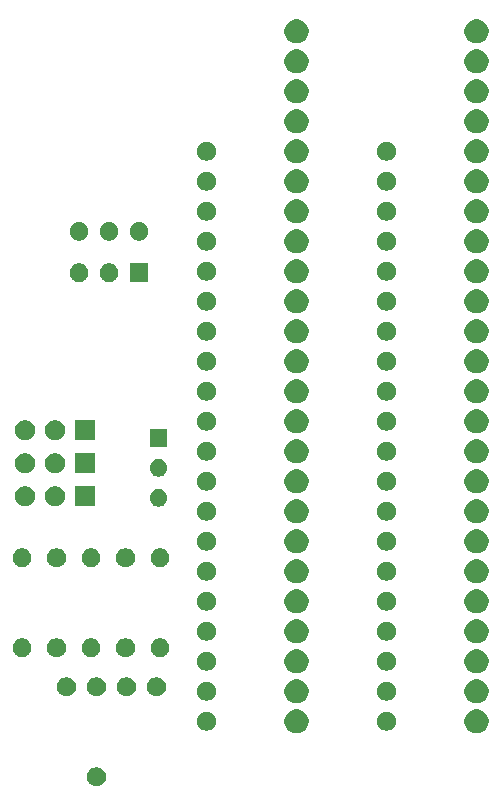
<source format=gbs>
G04 #@! TF.GenerationSoftware,KiCad,Pcbnew,(5.1.6-0-10_14)*
G04 #@! TF.CreationDate,2021-01-24T22:58:42+01:00*
G04 #@! TF.ProjectId,27c322,32376333-3232-42e6-9b69-6361645f7063,rev?*
G04 #@! TF.SameCoordinates,Original*
G04 #@! TF.FileFunction,Soldermask,Bot*
G04 #@! TF.FilePolarity,Negative*
%FSLAX46Y46*%
G04 Gerber Fmt 4.6, Leading zero omitted, Abs format (unit mm)*
G04 Created by KiCad (PCBNEW (5.1.6-0-10_14)) date 2021-01-24 22:58:42*
%MOMM*%
%LPD*%
G01*
G04 APERTURE LIST*
%ADD10C,0.100000*%
G04 APERTURE END LIST*
D10*
G36*
X124268352Y-116324743D02*
G01*
X124413942Y-116385048D01*
X124544971Y-116472599D01*
X124656402Y-116584030D01*
X124743953Y-116715059D01*
X124804258Y-116860649D01*
X124835001Y-117015206D01*
X124835001Y-117172794D01*
X124804258Y-117327351D01*
X124743953Y-117472941D01*
X124656402Y-117603970D01*
X124544971Y-117715401D01*
X124413942Y-117802952D01*
X124268352Y-117863257D01*
X124113795Y-117894000D01*
X123956207Y-117894000D01*
X123801650Y-117863257D01*
X123656060Y-117802952D01*
X123525031Y-117715401D01*
X123413600Y-117603970D01*
X123326049Y-117472941D01*
X123265744Y-117327351D01*
X123235001Y-117172794D01*
X123235001Y-117015206D01*
X123265744Y-116860649D01*
X123326049Y-116715059D01*
X123413600Y-116584030D01*
X123525031Y-116472599D01*
X123656060Y-116385048D01*
X123801650Y-116324743D01*
X123956207Y-116294000D01*
X124113795Y-116294000D01*
X124268352Y-116324743D01*
G37*
G36*
X141136963Y-111383130D02*
G01*
X141268982Y-111409390D01*
X141455520Y-111486656D01*
X141623400Y-111598830D01*
X141766170Y-111741600D01*
X141878344Y-111909480D01*
X141955610Y-112096018D01*
X141995000Y-112294046D01*
X141995000Y-112495954D01*
X141955610Y-112693982D01*
X141878344Y-112880520D01*
X141766170Y-113048400D01*
X141623400Y-113191170D01*
X141455520Y-113303344D01*
X141268982Y-113380610D01*
X141136963Y-113406870D01*
X141070955Y-113420000D01*
X140869045Y-113420000D01*
X140803037Y-113406870D01*
X140671018Y-113380610D01*
X140484480Y-113303344D01*
X140316600Y-113191170D01*
X140173830Y-113048400D01*
X140061656Y-112880520D01*
X139984390Y-112693982D01*
X139945000Y-112495954D01*
X139945000Y-112294046D01*
X139984390Y-112096018D01*
X140061656Y-111909480D01*
X140173830Y-111741600D01*
X140316600Y-111598830D01*
X140484480Y-111486656D01*
X140671018Y-111409390D01*
X140803037Y-111383130D01*
X140869045Y-111370000D01*
X141070955Y-111370000D01*
X141136963Y-111383130D01*
G37*
G36*
X156376963Y-111383130D02*
G01*
X156508982Y-111409390D01*
X156695520Y-111486656D01*
X156863400Y-111598830D01*
X157006170Y-111741600D01*
X157118344Y-111909480D01*
X157195610Y-112096018D01*
X157235000Y-112294046D01*
X157235000Y-112495954D01*
X157195610Y-112693982D01*
X157118344Y-112880520D01*
X157006170Y-113048400D01*
X156863400Y-113191170D01*
X156695520Y-113303344D01*
X156508982Y-113380610D01*
X156376963Y-113406870D01*
X156310955Y-113420000D01*
X156109045Y-113420000D01*
X156043037Y-113406870D01*
X155911018Y-113380610D01*
X155724480Y-113303344D01*
X155556600Y-113191170D01*
X155413830Y-113048400D01*
X155301656Y-112880520D01*
X155224390Y-112693982D01*
X155185000Y-112495954D01*
X155185000Y-112294046D01*
X155224390Y-112096018D01*
X155301656Y-111909480D01*
X155413830Y-111741600D01*
X155556600Y-111598830D01*
X155724480Y-111486656D01*
X155911018Y-111409390D01*
X156043037Y-111383130D01*
X156109045Y-111370000D01*
X156310955Y-111370000D01*
X156376963Y-111383130D01*
G37*
G36*
X148823351Y-111625743D02*
G01*
X148968941Y-111686048D01*
X149099970Y-111773599D01*
X149211401Y-111885030D01*
X149298952Y-112016059D01*
X149359257Y-112161649D01*
X149390000Y-112316206D01*
X149390000Y-112473794D01*
X149359257Y-112628351D01*
X149298952Y-112773941D01*
X149211401Y-112904970D01*
X149099970Y-113016401D01*
X148968941Y-113103952D01*
X148823351Y-113164257D01*
X148668794Y-113195000D01*
X148511206Y-113195000D01*
X148356649Y-113164257D01*
X148211059Y-113103952D01*
X148080030Y-113016401D01*
X147968599Y-112904970D01*
X147881048Y-112773941D01*
X147820743Y-112628351D01*
X147790000Y-112473794D01*
X147790000Y-112316206D01*
X147820743Y-112161649D01*
X147881048Y-112016059D01*
X147968599Y-111885030D01*
X148080030Y-111773599D01*
X148211059Y-111686048D01*
X148356649Y-111625743D01*
X148511206Y-111595000D01*
X148668794Y-111595000D01*
X148823351Y-111625743D01*
G37*
G36*
X133583351Y-111625743D02*
G01*
X133728941Y-111686048D01*
X133859970Y-111773599D01*
X133971401Y-111885030D01*
X134058952Y-112016059D01*
X134119257Y-112161649D01*
X134150000Y-112316206D01*
X134150000Y-112473794D01*
X134119257Y-112628351D01*
X134058952Y-112773941D01*
X133971401Y-112904970D01*
X133859970Y-113016401D01*
X133728941Y-113103952D01*
X133583351Y-113164257D01*
X133428794Y-113195000D01*
X133271206Y-113195000D01*
X133116649Y-113164257D01*
X132971059Y-113103952D01*
X132840030Y-113016401D01*
X132728599Y-112904970D01*
X132641048Y-112773941D01*
X132580743Y-112628351D01*
X132550000Y-112473794D01*
X132550000Y-112316206D01*
X132580743Y-112161649D01*
X132641048Y-112016059D01*
X132728599Y-111885030D01*
X132840030Y-111773599D01*
X132971059Y-111686048D01*
X133116649Y-111625743D01*
X133271206Y-111595000D01*
X133428794Y-111595000D01*
X133583351Y-111625743D01*
G37*
G36*
X141136963Y-108843130D02*
G01*
X141268982Y-108869390D01*
X141455520Y-108946656D01*
X141623400Y-109058830D01*
X141766170Y-109201600D01*
X141878344Y-109369480D01*
X141955610Y-109556018D01*
X141995000Y-109754046D01*
X141995000Y-109955954D01*
X141955610Y-110153982D01*
X141878344Y-110340520D01*
X141766170Y-110508400D01*
X141623400Y-110651170D01*
X141455520Y-110763344D01*
X141268982Y-110840610D01*
X141136963Y-110866870D01*
X141070955Y-110880000D01*
X140869045Y-110880000D01*
X140803037Y-110866870D01*
X140671018Y-110840610D01*
X140484480Y-110763344D01*
X140316600Y-110651170D01*
X140173830Y-110508400D01*
X140061656Y-110340520D01*
X139984390Y-110153982D01*
X139945000Y-109955954D01*
X139945000Y-109754046D01*
X139984390Y-109556018D01*
X140061656Y-109369480D01*
X140173830Y-109201600D01*
X140316600Y-109058830D01*
X140484480Y-108946656D01*
X140671018Y-108869390D01*
X140803037Y-108843130D01*
X140869045Y-108830000D01*
X141070955Y-108830000D01*
X141136963Y-108843130D01*
G37*
G36*
X156376963Y-108843130D02*
G01*
X156508982Y-108869390D01*
X156695520Y-108946656D01*
X156863400Y-109058830D01*
X157006170Y-109201600D01*
X157118344Y-109369480D01*
X157195610Y-109556018D01*
X157235000Y-109754046D01*
X157235000Y-109955954D01*
X157195610Y-110153982D01*
X157118344Y-110340520D01*
X157006170Y-110508400D01*
X156863400Y-110651170D01*
X156695520Y-110763344D01*
X156508982Y-110840610D01*
X156376963Y-110866870D01*
X156310955Y-110880000D01*
X156109045Y-110880000D01*
X156043037Y-110866870D01*
X155911018Y-110840610D01*
X155724480Y-110763344D01*
X155556600Y-110651170D01*
X155413830Y-110508400D01*
X155301656Y-110340520D01*
X155224390Y-110153982D01*
X155185000Y-109955954D01*
X155185000Y-109754046D01*
X155224390Y-109556018D01*
X155301656Y-109369480D01*
X155413830Y-109201600D01*
X155556600Y-109058830D01*
X155724480Y-108946656D01*
X155911018Y-108869390D01*
X156043037Y-108843130D01*
X156109045Y-108830000D01*
X156310955Y-108830000D01*
X156376963Y-108843130D01*
G37*
G36*
X148823351Y-109085743D02*
G01*
X148968941Y-109146048D01*
X149099970Y-109233599D01*
X149211401Y-109345030D01*
X149298952Y-109476059D01*
X149359257Y-109621649D01*
X149390000Y-109776206D01*
X149390000Y-109933794D01*
X149359257Y-110088351D01*
X149298952Y-110233941D01*
X149211401Y-110364970D01*
X149099970Y-110476401D01*
X148968941Y-110563952D01*
X148823351Y-110624257D01*
X148668794Y-110655000D01*
X148511206Y-110655000D01*
X148356649Y-110624257D01*
X148211059Y-110563952D01*
X148080030Y-110476401D01*
X147968599Y-110364970D01*
X147881048Y-110233941D01*
X147820743Y-110088351D01*
X147790000Y-109933794D01*
X147790000Y-109776206D01*
X147820743Y-109621649D01*
X147881048Y-109476059D01*
X147968599Y-109345030D01*
X148080030Y-109233599D01*
X148211059Y-109146048D01*
X148356649Y-109085743D01*
X148511206Y-109055000D01*
X148668794Y-109055000D01*
X148823351Y-109085743D01*
G37*
G36*
X133583351Y-109085743D02*
G01*
X133728941Y-109146048D01*
X133859970Y-109233599D01*
X133971401Y-109345030D01*
X134058952Y-109476059D01*
X134119257Y-109621649D01*
X134150000Y-109776206D01*
X134150000Y-109933794D01*
X134119257Y-110088351D01*
X134058952Y-110233941D01*
X133971401Y-110364970D01*
X133859970Y-110476401D01*
X133728941Y-110563952D01*
X133583351Y-110624257D01*
X133428794Y-110655000D01*
X133271206Y-110655000D01*
X133116649Y-110624257D01*
X132971059Y-110563952D01*
X132840030Y-110476401D01*
X132728599Y-110364970D01*
X132641048Y-110233941D01*
X132580743Y-110088351D01*
X132550000Y-109933794D01*
X132550000Y-109776206D01*
X132580743Y-109621649D01*
X132641048Y-109476059D01*
X132728599Y-109345030D01*
X132840030Y-109233599D01*
X132971059Y-109146048D01*
X133116649Y-109085743D01*
X133271206Y-109055000D01*
X133428794Y-109055000D01*
X133583351Y-109085743D01*
G37*
G36*
X121728352Y-108704743D02*
G01*
X121873942Y-108765048D01*
X122004971Y-108852599D01*
X122116402Y-108964030D01*
X122203953Y-109095059D01*
X122264258Y-109240649D01*
X122295001Y-109395206D01*
X122295001Y-109552794D01*
X122264258Y-109707351D01*
X122203953Y-109852941D01*
X122116402Y-109983970D01*
X122004971Y-110095401D01*
X121873942Y-110182952D01*
X121728352Y-110243257D01*
X121573795Y-110274000D01*
X121416207Y-110274000D01*
X121261650Y-110243257D01*
X121116060Y-110182952D01*
X120985031Y-110095401D01*
X120873600Y-109983970D01*
X120786049Y-109852941D01*
X120725744Y-109707351D01*
X120695001Y-109552794D01*
X120695001Y-109395206D01*
X120725744Y-109240649D01*
X120786049Y-109095059D01*
X120873600Y-108964030D01*
X120985031Y-108852599D01*
X121116060Y-108765048D01*
X121261650Y-108704743D01*
X121416207Y-108674000D01*
X121573795Y-108674000D01*
X121728352Y-108704743D01*
G37*
G36*
X126808352Y-108704743D02*
G01*
X126953942Y-108765048D01*
X127084971Y-108852599D01*
X127196402Y-108964030D01*
X127283953Y-109095059D01*
X127344258Y-109240649D01*
X127375001Y-109395206D01*
X127375001Y-109552794D01*
X127344258Y-109707351D01*
X127283953Y-109852941D01*
X127196402Y-109983970D01*
X127084971Y-110095401D01*
X126953942Y-110182952D01*
X126808352Y-110243257D01*
X126653795Y-110274000D01*
X126496207Y-110274000D01*
X126341650Y-110243257D01*
X126196060Y-110182952D01*
X126065031Y-110095401D01*
X125953600Y-109983970D01*
X125866049Y-109852941D01*
X125805744Y-109707351D01*
X125775001Y-109552794D01*
X125775001Y-109395206D01*
X125805744Y-109240649D01*
X125866049Y-109095059D01*
X125953600Y-108964030D01*
X126065031Y-108852599D01*
X126196060Y-108765048D01*
X126341650Y-108704743D01*
X126496207Y-108674000D01*
X126653795Y-108674000D01*
X126808352Y-108704743D01*
G37*
G36*
X129348352Y-108704743D02*
G01*
X129493942Y-108765048D01*
X129624971Y-108852599D01*
X129736402Y-108964030D01*
X129823953Y-109095059D01*
X129884258Y-109240649D01*
X129915001Y-109395206D01*
X129915001Y-109552794D01*
X129884258Y-109707351D01*
X129823953Y-109852941D01*
X129736402Y-109983970D01*
X129624971Y-110095401D01*
X129493942Y-110182952D01*
X129348352Y-110243257D01*
X129193795Y-110274000D01*
X129036207Y-110274000D01*
X128881650Y-110243257D01*
X128736060Y-110182952D01*
X128605031Y-110095401D01*
X128493600Y-109983970D01*
X128406049Y-109852941D01*
X128345744Y-109707351D01*
X128315001Y-109552794D01*
X128315001Y-109395206D01*
X128345744Y-109240649D01*
X128406049Y-109095059D01*
X128493600Y-108964030D01*
X128605031Y-108852599D01*
X128736060Y-108765048D01*
X128881650Y-108704743D01*
X129036207Y-108674000D01*
X129193795Y-108674000D01*
X129348352Y-108704743D01*
G37*
G36*
X124268352Y-108704743D02*
G01*
X124413942Y-108765048D01*
X124544971Y-108852599D01*
X124656402Y-108964030D01*
X124743953Y-109095059D01*
X124804258Y-109240649D01*
X124835001Y-109395206D01*
X124835001Y-109552794D01*
X124804258Y-109707351D01*
X124743953Y-109852941D01*
X124656402Y-109983970D01*
X124544971Y-110095401D01*
X124413942Y-110182952D01*
X124268352Y-110243257D01*
X124113795Y-110274000D01*
X123956207Y-110274000D01*
X123801650Y-110243257D01*
X123656060Y-110182952D01*
X123525031Y-110095401D01*
X123413600Y-109983970D01*
X123326049Y-109852941D01*
X123265744Y-109707351D01*
X123235001Y-109552794D01*
X123235001Y-109395206D01*
X123265744Y-109240649D01*
X123326049Y-109095059D01*
X123413600Y-108964030D01*
X123525031Y-108852599D01*
X123656060Y-108765048D01*
X123801650Y-108704743D01*
X123956207Y-108674000D01*
X124113795Y-108674000D01*
X124268352Y-108704743D01*
G37*
G36*
X141136963Y-106303130D02*
G01*
X141268982Y-106329390D01*
X141455520Y-106406656D01*
X141623400Y-106518830D01*
X141766170Y-106661600D01*
X141878344Y-106829480D01*
X141955610Y-107016018D01*
X141995000Y-107214046D01*
X141995000Y-107415954D01*
X141955610Y-107613982D01*
X141878344Y-107800520D01*
X141766170Y-107968400D01*
X141623400Y-108111170D01*
X141455520Y-108223344D01*
X141268982Y-108300610D01*
X141136963Y-108326870D01*
X141070955Y-108340000D01*
X140869045Y-108340000D01*
X140803037Y-108326870D01*
X140671018Y-108300610D01*
X140484480Y-108223344D01*
X140316600Y-108111170D01*
X140173830Y-107968400D01*
X140061656Y-107800520D01*
X139984390Y-107613982D01*
X139945000Y-107415954D01*
X139945000Y-107214046D01*
X139984390Y-107016018D01*
X140061656Y-106829480D01*
X140173830Y-106661600D01*
X140316600Y-106518830D01*
X140484480Y-106406656D01*
X140671018Y-106329390D01*
X140803037Y-106303130D01*
X140869045Y-106290000D01*
X141070955Y-106290000D01*
X141136963Y-106303130D01*
G37*
G36*
X156376963Y-106303130D02*
G01*
X156508982Y-106329390D01*
X156695520Y-106406656D01*
X156863400Y-106518830D01*
X157006170Y-106661600D01*
X157118344Y-106829480D01*
X157195610Y-107016018D01*
X157235000Y-107214046D01*
X157235000Y-107415954D01*
X157195610Y-107613982D01*
X157118344Y-107800520D01*
X157006170Y-107968400D01*
X156863400Y-108111170D01*
X156695520Y-108223344D01*
X156508982Y-108300610D01*
X156376963Y-108326870D01*
X156310955Y-108340000D01*
X156109045Y-108340000D01*
X156043037Y-108326870D01*
X155911018Y-108300610D01*
X155724480Y-108223344D01*
X155556600Y-108111170D01*
X155413830Y-107968400D01*
X155301656Y-107800520D01*
X155224390Y-107613982D01*
X155185000Y-107415954D01*
X155185000Y-107214046D01*
X155224390Y-107016018D01*
X155301656Y-106829480D01*
X155413830Y-106661600D01*
X155556600Y-106518830D01*
X155724480Y-106406656D01*
X155911018Y-106329390D01*
X156043037Y-106303130D01*
X156109045Y-106290000D01*
X156310955Y-106290000D01*
X156376963Y-106303130D01*
G37*
G36*
X148823351Y-106545743D02*
G01*
X148968941Y-106606048D01*
X149099970Y-106693599D01*
X149211401Y-106805030D01*
X149298952Y-106936059D01*
X149359257Y-107081649D01*
X149390000Y-107236206D01*
X149390000Y-107393794D01*
X149359257Y-107548351D01*
X149298952Y-107693941D01*
X149211401Y-107824970D01*
X149099970Y-107936401D01*
X148968941Y-108023952D01*
X148823351Y-108084257D01*
X148668794Y-108115000D01*
X148511206Y-108115000D01*
X148356649Y-108084257D01*
X148211059Y-108023952D01*
X148080030Y-107936401D01*
X147968599Y-107824970D01*
X147881048Y-107693941D01*
X147820743Y-107548351D01*
X147790000Y-107393794D01*
X147790000Y-107236206D01*
X147820743Y-107081649D01*
X147881048Y-106936059D01*
X147968599Y-106805030D01*
X148080030Y-106693599D01*
X148211059Y-106606048D01*
X148356649Y-106545743D01*
X148511206Y-106515000D01*
X148668794Y-106515000D01*
X148823351Y-106545743D01*
G37*
G36*
X133583351Y-106545743D02*
G01*
X133728941Y-106606048D01*
X133859970Y-106693599D01*
X133971401Y-106805030D01*
X134058952Y-106936059D01*
X134119257Y-107081649D01*
X134150000Y-107236206D01*
X134150000Y-107393794D01*
X134119257Y-107548351D01*
X134058952Y-107693941D01*
X133971401Y-107824970D01*
X133859970Y-107936401D01*
X133728941Y-108023952D01*
X133583351Y-108084257D01*
X133428794Y-108115000D01*
X133271206Y-108115000D01*
X133116649Y-108084257D01*
X132971059Y-108023952D01*
X132840030Y-107936401D01*
X132728599Y-107824970D01*
X132641048Y-107693941D01*
X132580743Y-107548351D01*
X132550000Y-107393794D01*
X132550000Y-107236206D01*
X132580743Y-107081649D01*
X132641048Y-106936059D01*
X132728599Y-106805030D01*
X132840030Y-106693599D01*
X132971059Y-106606048D01*
X133116649Y-106545743D01*
X133271206Y-106515000D01*
X133428794Y-106515000D01*
X133583351Y-106545743D01*
G37*
G36*
X123804351Y-105402743D02*
G01*
X123949941Y-105463048D01*
X124080970Y-105550599D01*
X124192401Y-105662030D01*
X124279952Y-105793059D01*
X124340257Y-105938649D01*
X124371000Y-106093206D01*
X124371000Y-106250794D01*
X124340257Y-106405351D01*
X124279952Y-106550941D01*
X124192401Y-106681970D01*
X124080970Y-106793401D01*
X123949941Y-106880952D01*
X123804351Y-106941257D01*
X123649794Y-106972000D01*
X123492206Y-106972000D01*
X123337649Y-106941257D01*
X123192059Y-106880952D01*
X123061030Y-106793401D01*
X122949599Y-106681970D01*
X122862048Y-106550941D01*
X122801743Y-106405351D01*
X122771000Y-106250794D01*
X122771000Y-106093206D01*
X122801743Y-105938649D01*
X122862048Y-105793059D01*
X122949599Y-105662030D01*
X123061030Y-105550599D01*
X123192059Y-105463048D01*
X123337649Y-105402743D01*
X123492206Y-105372000D01*
X123649794Y-105372000D01*
X123804351Y-105402743D01*
G37*
G36*
X129646351Y-105402743D02*
G01*
X129791941Y-105463048D01*
X129922970Y-105550599D01*
X130034401Y-105662030D01*
X130121952Y-105793059D01*
X130182257Y-105938649D01*
X130213000Y-106093206D01*
X130213000Y-106250794D01*
X130182257Y-106405351D01*
X130121952Y-106550941D01*
X130034401Y-106681970D01*
X129922970Y-106793401D01*
X129791941Y-106880952D01*
X129646351Y-106941257D01*
X129491794Y-106972000D01*
X129334206Y-106972000D01*
X129179649Y-106941257D01*
X129034059Y-106880952D01*
X128903030Y-106793401D01*
X128791599Y-106681970D01*
X128704048Y-106550941D01*
X128643743Y-106405351D01*
X128613000Y-106250794D01*
X128613000Y-106093206D01*
X128643743Y-105938649D01*
X128704048Y-105793059D01*
X128791599Y-105662030D01*
X128903030Y-105550599D01*
X129034059Y-105463048D01*
X129179649Y-105402743D01*
X129334206Y-105372000D01*
X129491794Y-105372000D01*
X129646351Y-105402743D01*
G37*
G36*
X126725351Y-105402743D02*
G01*
X126870941Y-105463048D01*
X127001970Y-105550599D01*
X127113401Y-105662030D01*
X127200952Y-105793059D01*
X127261257Y-105938649D01*
X127292000Y-106093206D01*
X127292000Y-106250794D01*
X127261257Y-106405351D01*
X127200952Y-106550941D01*
X127113401Y-106681970D01*
X127001970Y-106793401D01*
X126870941Y-106880952D01*
X126725351Y-106941257D01*
X126570794Y-106972000D01*
X126413206Y-106972000D01*
X126258649Y-106941257D01*
X126113059Y-106880952D01*
X125982030Y-106793401D01*
X125870599Y-106681970D01*
X125783048Y-106550941D01*
X125722743Y-106405351D01*
X125692000Y-106250794D01*
X125692000Y-106093206D01*
X125722743Y-105938649D01*
X125783048Y-105793059D01*
X125870599Y-105662030D01*
X125982030Y-105550599D01*
X126113059Y-105463048D01*
X126258649Y-105402743D01*
X126413206Y-105372000D01*
X126570794Y-105372000D01*
X126725351Y-105402743D01*
G37*
G36*
X120883351Y-105402743D02*
G01*
X121028941Y-105463048D01*
X121159970Y-105550599D01*
X121271401Y-105662030D01*
X121358952Y-105793059D01*
X121419257Y-105938649D01*
X121450000Y-106093206D01*
X121450000Y-106250794D01*
X121419257Y-106405351D01*
X121358952Y-106550941D01*
X121271401Y-106681970D01*
X121159970Y-106793401D01*
X121028941Y-106880952D01*
X120883351Y-106941257D01*
X120728794Y-106972000D01*
X120571206Y-106972000D01*
X120416649Y-106941257D01*
X120271059Y-106880952D01*
X120140030Y-106793401D01*
X120028599Y-106681970D01*
X119941048Y-106550941D01*
X119880743Y-106405351D01*
X119850000Y-106250794D01*
X119850000Y-106093206D01*
X119880743Y-105938649D01*
X119941048Y-105793059D01*
X120028599Y-105662030D01*
X120140030Y-105550599D01*
X120271059Y-105463048D01*
X120416649Y-105402743D01*
X120571206Y-105372000D01*
X120728794Y-105372000D01*
X120883351Y-105402743D01*
G37*
G36*
X117962351Y-105402743D02*
G01*
X118107941Y-105463048D01*
X118238970Y-105550599D01*
X118350401Y-105662030D01*
X118437952Y-105793059D01*
X118498257Y-105938649D01*
X118529000Y-106093206D01*
X118529000Y-106250794D01*
X118498257Y-106405351D01*
X118437952Y-106550941D01*
X118350401Y-106681970D01*
X118238970Y-106793401D01*
X118107941Y-106880952D01*
X117962351Y-106941257D01*
X117807794Y-106972000D01*
X117650206Y-106972000D01*
X117495649Y-106941257D01*
X117350059Y-106880952D01*
X117219030Y-106793401D01*
X117107599Y-106681970D01*
X117020048Y-106550941D01*
X116959743Y-106405351D01*
X116929000Y-106250794D01*
X116929000Y-106093206D01*
X116959743Y-105938649D01*
X117020048Y-105793059D01*
X117107599Y-105662030D01*
X117219030Y-105550599D01*
X117350059Y-105463048D01*
X117495649Y-105402743D01*
X117650206Y-105372000D01*
X117807794Y-105372000D01*
X117962351Y-105402743D01*
G37*
G36*
X141136963Y-103763130D02*
G01*
X141268982Y-103789390D01*
X141455520Y-103866656D01*
X141623400Y-103978830D01*
X141766170Y-104121600D01*
X141878344Y-104289480D01*
X141955610Y-104476018D01*
X141995000Y-104674046D01*
X141995000Y-104875954D01*
X141955610Y-105073982D01*
X141878344Y-105260520D01*
X141766170Y-105428400D01*
X141623400Y-105571170D01*
X141455520Y-105683344D01*
X141268982Y-105760610D01*
X141136963Y-105786870D01*
X141070955Y-105800000D01*
X140869045Y-105800000D01*
X140803037Y-105786870D01*
X140671018Y-105760610D01*
X140484480Y-105683344D01*
X140316600Y-105571170D01*
X140173830Y-105428400D01*
X140061656Y-105260520D01*
X139984390Y-105073982D01*
X139945000Y-104875954D01*
X139945000Y-104674046D01*
X139984390Y-104476018D01*
X140061656Y-104289480D01*
X140173830Y-104121600D01*
X140316600Y-103978830D01*
X140484480Y-103866656D01*
X140671018Y-103789390D01*
X140803037Y-103763130D01*
X140869045Y-103750000D01*
X141070955Y-103750000D01*
X141136963Y-103763130D01*
G37*
G36*
X156376963Y-103763130D02*
G01*
X156508982Y-103789390D01*
X156695520Y-103866656D01*
X156863400Y-103978830D01*
X157006170Y-104121600D01*
X157118344Y-104289480D01*
X157195610Y-104476018D01*
X157235000Y-104674046D01*
X157235000Y-104875954D01*
X157195610Y-105073982D01*
X157118344Y-105260520D01*
X157006170Y-105428400D01*
X156863400Y-105571170D01*
X156695520Y-105683344D01*
X156508982Y-105760610D01*
X156376963Y-105786870D01*
X156310955Y-105800000D01*
X156109045Y-105800000D01*
X156043037Y-105786870D01*
X155911018Y-105760610D01*
X155724480Y-105683344D01*
X155556600Y-105571170D01*
X155413830Y-105428400D01*
X155301656Y-105260520D01*
X155224390Y-105073982D01*
X155185000Y-104875954D01*
X155185000Y-104674046D01*
X155224390Y-104476018D01*
X155301656Y-104289480D01*
X155413830Y-104121600D01*
X155556600Y-103978830D01*
X155724480Y-103866656D01*
X155911018Y-103789390D01*
X156043037Y-103763130D01*
X156109045Y-103750000D01*
X156310955Y-103750000D01*
X156376963Y-103763130D01*
G37*
G36*
X133583351Y-104005743D02*
G01*
X133728941Y-104066048D01*
X133859970Y-104153599D01*
X133971401Y-104265030D01*
X134058952Y-104396059D01*
X134119257Y-104541649D01*
X134150000Y-104696206D01*
X134150000Y-104853794D01*
X134119257Y-105008351D01*
X134058952Y-105153941D01*
X133971401Y-105284970D01*
X133859970Y-105396401D01*
X133728941Y-105483952D01*
X133583351Y-105544257D01*
X133428794Y-105575000D01*
X133271206Y-105575000D01*
X133116649Y-105544257D01*
X132971059Y-105483952D01*
X132840030Y-105396401D01*
X132728599Y-105284970D01*
X132641048Y-105153941D01*
X132580743Y-105008351D01*
X132550000Y-104853794D01*
X132550000Y-104696206D01*
X132580743Y-104541649D01*
X132641048Y-104396059D01*
X132728599Y-104265030D01*
X132840030Y-104153599D01*
X132971059Y-104066048D01*
X133116649Y-104005743D01*
X133271206Y-103975000D01*
X133428794Y-103975000D01*
X133583351Y-104005743D01*
G37*
G36*
X148823351Y-104005743D02*
G01*
X148968941Y-104066048D01*
X149099970Y-104153599D01*
X149211401Y-104265030D01*
X149298952Y-104396059D01*
X149359257Y-104541649D01*
X149390000Y-104696206D01*
X149390000Y-104853794D01*
X149359257Y-105008351D01*
X149298952Y-105153941D01*
X149211401Y-105284970D01*
X149099970Y-105396401D01*
X148968941Y-105483952D01*
X148823351Y-105544257D01*
X148668794Y-105575000D01*
X148511206Y-105575000D01*
X148356649Y-105544257D01*
X148211059Y-105483952D01*
X148080030Y-105396401D01*
X147968599Y-105284970D01*
X147881048Y-105153941D01*
X147820743Y-105008351D01*
X147790000Y-104853794D01*
X147790000Y-104696206D01*
X147820743Y-104541649D01*
X147881048Y-104396059D01*
X147968599Y-104265030D01*
X148080030Y-104153599D01*
X148211059Y-104066048D01*
X148356649Y-104005743D01*
X148511206Y-103975000D01*
X148668794Y-103975000D01*
X148823351Y-104005743D01*
G37*
G36*
X141136963Y-101223130D02*
G01*
X141268982Y-101249390D01*
X141455520Y-101326656D01*
X141623400Y-101438830D01*
X141766170Y-101581600D01*
X141878344Y-101749480D01*
X141955610Y-101936018D01*
X141995000Y-102134046D01*
X141995000Y-102335954D01*
X141955610Y-102533982D01*
X141878344Y-102720520D01*
X141766170Y-102888400D01*
X141623400Y-103031170D01*
X141455520Y-103143344D01*
X141268982Y-103220610D01*
X141136963Y-103246870D01*
X141070955Y-103260000D01*
X140869045Y-103260000D01*
X140803037Y-103246870D01*
X140671018Y-103220610D01*
X140484480Y-103143344D01*
X140316600Y-103031170D01*
X140173830Y-102888400D01*
X140061656Y-102720520D01*
X139984390Y-102533982D01*
X139945000Y-102335954D01*
X139945000Y-102134046D01*
X139984390Y-101936018D01*
X140061656Y-101749480D01*
X140173830Y-101581600D01*
X140316600Y-101438830D01*
X140484480Y-101326656D01*
X140671018Y-101249390D01*
X140803037Y-101223130D01*
X140869045Y-101210000D01*
X141070955Y-101210000D01*
X141136963Y-101223130D01*
G37*
G36*
X156376963Y-101223130D02*
G01*
X156508982Y-101249390D01*
X156695520Y-101326656D01*
X156863400Y-101438830D01*
X157006170Y-101581600D01*
X157118344Y-101749480D01*
X157195610Y-101936018D01*
X157235000Y-102134046D01*
X157235000Y-102335954D01*
X157195610Y-102533982D01*
X157118344Y-102720520D01*
X157006170Y-102888400D01*
X156863400Y-103031170D01*
X156695520Y-103143344D01*
X156508982Y-103220610D01*
X156376963Y-103246870D01*
X156310955Y-103260000D01*
X156109045Y-103260000D01*
X156043037Y-103246870D01*
X155911018Y-103220610D01*
X155724480Y-103143344D01*
X155556600Y-103031170D01*
X155413830Y-102888400D01*
X155301656Y-102720520D01*
X155224390Y-102533982D01*
X155185000Y-102335954D01*
X155185000Y-102134046D01*
X155224390Y-101936018D01*
X155301656Y-101749480D01*
X155413830Y-101581600D01*
X155556600Y-101438830D01*
X155724480Y-101326656D01*
X155911018Y-101249390D01*
X156043037Y-101223130D01*
X156109045Y-101210000D01*
X156310955Y-101210000D01*
X156376963Y-101223130D01*
G37*
G36*
X148823351Y-101465743D02*
G01*
X148968941Y-101526048D01*
X149099970Y-101613599D01*
X149211401Y-101725030D01*
X149298952Y-101856059D01*
X149359257Y-102001649D01*
X149390000Y-102156206D01*
X149390000Y-102313794D01*
X149359257Y-102468351D01*
X149298952Y-102613941D01*
X149211401Y-102744970D01*
X149099970Y-102856401D01*
X148968941Y-102943952D01*
X148823351Y-103004257D01*
X148668794Y-103035000D01*
X148511206Y-103035000D01*
X148356649Y-103004257D01*
X148211059Y-102943952D01*
X148080030Y-102856401D01*
X147968599Y-102744970D01*
X147881048Y-102613941D01*
X147820743Y-102468351D01*
X147790000Y-102313794D01*
X147790000Y-102156206D01*
X147820743Y-102001649D01*
X147881048Y-101856059D01*
X147968599Y-101725030D01*
X148080030Y-101613599D01*
X148211059Y-101526048D01*
X148356649Y-101465743D01*
X148511206Y-101435000D01*
X148668794Y-101435000D01*
X148823351Y-101465743D01*
G37*
G36*
X133583351Y-101465743D02*
G01*
X133728941Y-101526048D01*
X133859970Y-101613599D01*
X133971401Y-101725030D01*
X134058952Y-101856059D01*
X134119257Y-102001649D01*
X134150000Y-102156206D01*
X134150000Y-102313794D01*
X134119257Y-102468351D01*
X134058952Y-102613941D01*
X133971401Y-102744970D01*
X133859970Y-102856401D01*
X133728941Y-102943952D01*
X133583351Y-103004257D01*
X133428794Y-103035000D01*
X133271206Y-103035000D01*
X133116649Y-103004257D01*
X132971059Y-102943952D01*
X132840030Y-102856401D01*
X132728599Y-102744970D01*
X132641048Y-102613941D01*
X132580743Y-102468351D01*
X132550000Y-102313794D01*
X132550000Y-102156206D01*
X132580743Y-102001649D01*
X132641048Y-101856059D01*
X132728599Y-101725030D01*
X132840030Y-101613599D01*
X132971059Y-101526048D01*
X133116649Y-101465743D01*
X133271206Y-101435000D01*
X133428794Y-101435000D01*
X133583351Y-101465743D01*
G37*
G36*
X141136963Y-98683130D02*
G01*
X141268982Y-98709390D01*
X141455520Y-98786656D01*
X141623400Y-98898830D01*
X141766170Y-99041600D01*
X141878344Y-99209480D01*
X141955610Y-99396018D01*
X141995000Y-99594046D01*
X141995000Y-99795954D01*
X141955610Y-99993982D01*
X141878344Y-100180520D01*
X141766170Y-100348400D01*
X141623400Y-100491170D01*
X141455520Y-100603344D01*
X141268982Y-100680610D01*
X141136963Y-100706870D01*
X141070955Y-100720000D01*
X140869045Y-100720000D01*
X140803037Y-100706870D01*
X140671018Y-100680610D01*
X140484480Y-100603344D01*
X140316600Y-100491170D01*
X140173830Y-100348400D01*
X140061656Y-100180520D01*
X139984390Y-99993982D01*
X139945000Y-99795954D01*
X139945000Y-99594046D01*
X139984390Y-99396018D01*
X140061656Y-99209480D01*
X140173830Y-99041600D01*
X140316600Y-98898830D01*
X140484480Y-98786656D01*
X140671018Y-98709390D01*
X140803037Y-98683130D01*
X140869045Y-98670000D01*
X141070955Y-98670000D01*
X141136963Y-98683130D01*
G37*
G36*
X156376963Y-98683130D02*
G01*
X156508982Y-98709390D01*
X156695520Y-98786656D01*
X156863400Y-98898830D01*
X157006170Y-99041600D01*
X157118344Y-99209480D01*
X157195610Y-99396018D01*
X157235000Y-99594046D01*
X157235000Y-99795954D01*
X157195610Y-99993982D01*
X157118344Y-100180520D01*
X157006170Y-100348400D01*
X156863400Y-100491170D01*
X156695520Y-100603344D01*
X156508982Y-100680610D01*
X156376963Y-100706870D01*
X156310955Y-100720000D01*
X156109045Y-100720000D01*
X156043037Y-100706870D01*
X155911018Y-100680610D01*
X155724480Y-100603344D01*
X155556600Y-100491170D01*
X155413830Y-100348400D01*
X155301656Y-100180520D01*
X155224390Y-99993982D01*
X155185000Y-99795954D01*
X155185000Y-99594046D01*
X155224390Y-99396018D01*
X155301656Y-99209480D01*
X155413830Y-99041600D01*
X155556600Y-98898830D01*
X155724480Y-98786656D01*
X155911018Y-98709390D01*
X156043037Y-98683130D01*
X156109045Y-98670000D01*
X156310955Y-98670000D01*
X156376963Y-98683130D01*
G37*
G36*
X148823351Y-98925743D02*
G01*
X148968941Y-98986048D01*
X149099970Y-99073599D01*
X149211401Y-99185030D01*
X149298952Y-99316059D01*
X149359257Y-99461649D01*
X149390000Y-99616206D01*
X149390000Y-99773794D01*
X149359257Y-99928351D01*
X149298952Y-100073941D01*
X149211401Y-100204970D01*
X149099970Y-100316401D01*
X148968941Y-100403952D01*
X148823351Y-100464257D01*
X148668794Y-100495000D01*
X148511206Y-100495000D01*
X148356649Y-100464257D01*
X148211059Y-100403952D01*
X148080030Y-100316401D01*
X147968599Y-100204970D01*
X147881048Y-100073941D01*
X147820743Y-99928351D01*
X147790000Y-99773794D01*
X147790000Y-99616206D01*
X147820743Y-99461649D01*
X147881048Y-99316059D01*
X147968599Y-99185030D01*
X148080030Y-99073599D01*
X148211059Y-98986048D01*
X148356649Y-98925743D01*
X148511206Y-98895000D01*
X148668794Y-98895000D01*
X148823351Y-98925743D01*
G37*
G36*
X133583351Y-98925743D02*
G01*
X133728941Y-98986048D01*
X133859970Y-99073599D01*
X133971401Y-99185030D01*
X134058952Y-99316059D01*
X134119257Y-99461649D01*
X134150000Y-99616206D01*
X134150000Y-99773794D01*
X134119257Y-99928351D01*
X134058952Y-100073941D01*
X133971401Y-100204970D01*
X133859970Y-100316401D01*
X133728941Y-100403952D01*
X133583351Y-100464257D01*
X133428794Y-100495000D01*
X133271206Y-100495000D01*
X133116649Y-100464257D01*
X132971059Y-100403952D01*
X132840030Y-100316401D01*
X132728599Y-100204970D01*
X132641048Y-100073941D01*
X132580743Y-99928351D01*
X132550000Y-99773794D01*
X132550000Y-99616206D01*
X132580743Y-99461649D01*
X132641048Y-99316059D01*
X132728599Y-99185030D01*
X132840030Y-99073599D01*
X132971059Y-98986048D01*
X133116649Y-98925743D01*
X133271206Y-98895000D01*
X133428794Y-98895000D01*
X133583351Y-98925743D01*
G37*
G36*
X126725351Y-97782743D02*
G01*
X126870941Y-97843048D01*
X127001970Y-97930599D01*
X127113401Y-98042030D01*
X127200952Y-98173059D01*
X127261257Y-98318649D01*
X127292000Y-98473206D01*
X127292000Y-98630794D01*
X127261257Y-98785351D01*
X127200952Y-98930941D01*
X127113401Y-99061970D01*
X127001970Y-99173401D01*
X126870941Y-99260952D01*
X126725351Y-99321257D01*
X126570794Y-99352000D01*
X126413206Y-99352000D01*
X126258649Y-99321257D01*
X126113059Y-99260952D01*
X125982030Y-99173401D01*
X125870599Y-99061970D01*
X125783048Y-98930941D01*
X125722743Y-98785351D01*
X125692000Y-98630794D01*
X125692000Y-98473206D01*
X125722743Y-98318649D01*
X125783048Y-98173059D01*
X125870599Y-98042030D01*
X125982030Y-97930599D01*
X126113059Y-97843048D01*
X126258649Y-97782743D01*
X126413206Y-97752000D01*
X126570794Y-97752000D01*
X126725351Y-97782743D01*
G37*
G36*
X123804351Y-97782743D02*
G01*
X123949941Y-97843048D01*
X124080970Y-97930599D01*
X124192401Y-98042030D01*
X124279952Y-98173059D01*
X124340257Y-98318649D01*
X124371000Y-98473206D01*
X124371000Y-98630794D01*
X124340257Y-98785351D01*
X124279952Y-98930941D01*
X124192401Y-99061970D01*
X124080970Y-99173401D01*
X123949941Y-99260952D01*
X123804351Y-99321257D01*
X123649794Y-99352000D01*
X123492206Y-99352000D01*
X123337649Y-99321257D01*
X123192059Y-99260952D01*
X123061030Y-99173401D01*
X122949599Y-99061970D01*
X122862048Y-98930941D01*
X122801743Y-98785351D01*
X122771000Y-98630794D01*
X122771000Y-98473206D01*
X122801743Y-98318649D01*
X122862048Y-98173059D01*
X122949599Y-98042030D01*
X123061030Y-97930599D01*
X123192059Y-97843048D01*
X123337649Y-97782743D01*
X123492206Y-97752000D01*
X123649794Y-97752000D01*
X123804351Y-97782743D01*
G37*
G36*
X129646351Y-97782743D02*
G01*
X129791941Y-97843048D01*
X129922970Y-97930599D01*
X130034401Y-98042030D01*
X130121952Y-98173059D01*
X130182257Y-98318649D01*
X130213000Y-98473206D01*
X130213000Y-98630794D01*
X130182257Y-98785351D01*
X130121952Y-98930941D01*
X130034401Y-99061970D01*
X129922970Y-99173401D01*
X129791941Y-99260952D01*
X129646351Y-99321257D01*
X129491794Y-99352000D01*
X129334206Y-99352000D01*
X129179649Y-99321257D01*
X129034059Y-99260952D01*
X128903030Y-99173401D01*
X128791599Y-99061970D01*
X128704048Y-98930941D01*
X128643743Y-98785351D01*
X128613000Y-98630794D01*
X128613000Y-98473206D01*
X128643743Y-98318649D01*
X128704048Y-98173059D01*
X128791599Y-98042030D01*
X128903030Y-97930599D01*
X129034059Y-97843048D01*
X129179649Y-97782743D01*
X129334206Y-97752000D01*
X129491794Y-97752000D01*
X129646351Y-97782743D01*
G37*
G36*
X120883351Y-97782743D02*
G01*
X121028941Y-97843048D01*
X121159970Y-97930599D01*
X121271401Y-98042030D01*
X121358952Y-98173059D01*
X121419257Y-98318649D01*
X121450000Y-98473206D01*
X121450000Y-98630794D01*
X121419257Y-98785351D01*
X121358952Y-98930941D01*
X121271401Y-99061970D01*
X121159970Y-99173401D01*
X121028941Y-99260952D01*
X120883351Y-99321257D01*
X120728794Y-99352000D01*
X120571206Y-99352000D01*
X120416649Y-99321257D01*
X120271059Y-99260952D01*
X120140030Y-99173401D01*
X120028599Y-99061970D01*
X119941048Y-98930941D01*
X119880743Y-98785351D01*
X119850000Y-98630794D01*
X119850000Y-98473206D01*
X119880743Y-98318649D01*
X119941048Y-98173059D01*
X120028599Y-98042030D01*
X120140030Y-97930599D01*
X120271059Y-97843048D01*
X120416649Y-97782743D01*
X120571206Y-97752000D01*
X120728794Y-97752000D01*
X120883351Y-97782743D01*
G37*
G36*
X117962351Y-97782743D02*
G01*
X118107941Y-97843048D01*
X118238970Y-97930599D01*
X118350401Y-98042030D01*
X118437952Y-98173059D01*
X118498257Y-98318649D01*
X118529000Y-98473206D01*
X118529000Y-98630794D01*
X118498257Y-98785351D01*
X118437952Y-98930941D01*
X118350401Y-99061970D01*
X118238970Y-99173401D01*
X118107941Y-99260952D01*
X117962351Y-99321257D01*
X117807794Y-99352000D01*
X117650206Y-99352000D01*
X117495649Y-99321257D01*
X117350059Y-99260952D01*
X117219030Y-99173401D01*
X117107599Y-99061970D01*
X117020048Y-98930941D01*
X116959743Y-98785351D01*
X116929000Y-98630794D01*
X116929000Y-98473206D01*
X116959743Y-98318649D01*
X117020048Y-98173059D01*
X117107599Y-98042030D01*
X117219030Y-97930599D01*
X117350059Y-97843048D01*
X117495649Y-97782743D01*
X117650206Y-97752000D01*
X117807794Y-97752000D01*
X117962351Y-97782743D01*
G37*
G36*
X156376963Y-96143130D02*
G01*
X156508982Y-96169390D01*
X156695520Y-96246656D01*
X156863400Y-96358830D01*
X157006170Y-96501600D01*
X157118344Y-96669480D01*
X157195610Y-96856018D01*
X157235000Y-97054046D01*
X157235000Y-97255954D01*
X157195610Y-97453982D01*
X157118344Y-97640520D01*
X157006170Y-97808400D01*
X156863400Y-97951170D01*
X156695520Y-98063344D01*
X156508982Y-98140610D01*
X156376963Y-98166870D01*
X156310955Y-98180000D01*
X156109045Y-98180000D01*
X156043037Y-98166870D01*
X155911018Y-98140610D01*
X155724480Y-98063344D01*
X155556600Y-97951170D01*
X155413830Y-97808400D01*
X155301656Y-97640520D01*
X155224390Y-97453982D01*
X155185000Y-97255954D01*
X155185000Y-97054046D01*
X155224390Y-96856018D01*
X155301656Y-96669480D01*
X155413830Y-96501600D01*
X155556600Y-96358830D01*
X155724480Y-96246656D01*
X155911018Y-96169390D01*
X156043037Y-96143130D01*
X156109045Y-96130000D01*
X156310955Y-96130000D01*
X156376963Y-96143130D01*
G37*
G36*
X141136963Y-96143130D02*
G01*
X141268982Y-96169390D01*
X141455520Y-96246656D01*
X141623400Y-96358830D01*
X141766170Y-96501600D01*
X141878344Y-96669480D01*
X141955610Y-96856018D01*
X141995000Y-97054046D01*
X141995000Y-97255954D01*
X141955610Y-97453982D01*
X141878344Y-97640520D01*
X141766170Y-97808400D01*
X141623400Y-97951170D01*
X141455520Y-98063344D01*
X141268982Y-98140610D01*
X141136963Y-98166870D01*
X141070955Y-98180000D01*
X140869045Y-98180000D01*
X140803037Y-98166870D01*
X140671018Y-98140610D01*
X140484480Y-98063344D01*
X140316600Y-97951170D01*
X140173830Y-97808400D01*
X140061656Y-97640520D01*
X139984390Y-97453982D01*
X139945000Y-97255954D01*
X139945000Y-97054046D01*
X139984390Y-96856018D01*
X140061656Y-96669480D01*
X140173830Y-96501600D01*
X140316600Y-96358830D01*
X140484480Y-96246656D01*
X140671018Y-96169390D01*
X140803037Y-96143130D01*
X140869045Y-96130000D01*
X141070955Y-96130000D01*
X141136963Y-96143130D01*
G37*
G36*
X148823351Y-96385743D02*
G01*
X148968941Y-96446048D01*
X149099970Y-96533599D01*
X149211401Y-96645030D01*
X149298952Y-96776059D01*
X149359257Y-96921649D01*
X149390000Y-97076206D01*
X149390000Y-97233794D01*
X149359257Y-97388351D01*
X149298952Y-97533941D01*
X149211401Y-97664970D01*
X149099970Y-97776401D01*
X148968941Y-97863952D01*
X148823351Y-97924257D01*
X148668794Y-97955000D01*
X148511206Y-97955000D01*
X148356649Y-97924257D01*
X148211059Y-97863952D01*
X148080030Y-97776401D01*
X147968599Y-97664970D01*
X147881048Y-97533941D01*
X147820743Y-97388351D01*
X147790000Y-97233794D01*
X147790000Y-97076206D01*
X147820743Y-96921649D01*
X147881048Y-96776059D01*
X147968599Y-96645030D01*
X148080030Y-96533599D01*
X148211059Y-96446048D01*
X148356649Y-96385743D01*
X148511206Y-96355000D01*
X148668794Y-96355000D01*
X148823351Y-96385743D01*
G37*
G36*
X133583351Y-96385743D02*
G01*
X133728941Y-96446048D01*
X133859970Y-96533599D01*
X133971401Y-96645030D01*
X134058952Y-96776059D01*
X134119257Y-96921649D01*
X134150000Y-97076206D01*
X134150000Y-97233794D01*
X134119257Y-97388351D01*
X134058952Y-97533941D01*
X133971401Y-97664970D01*
X133859970Y-97776401D01*
X133728941Y-97863952D01*
X133583351Y-97924257D01*
X133428794Y-97955000D01*
X133271206Y-97955000D01*
X133116649Y-97924257D01*
X132971059Y-97863952D01*
X132840030Y-97776401D01*
X132728599Y-97664970D01*
X132641048Y-97533941D01*
X132580743Y-97388351D01*
X132550000Y-97233794D01*
X132550000Y-97076206D01*
X132580743Y-96921649D01*
X132641048Y-96776059D01*
X132728599Y-96645030D01*
X132840030Y-96533599D01*
X132971059Y-96446048D01*
X133116649Y-96385743D01*
X133271206Y-96355000D01*
X133428794Y-96355000D01*
X133583351Y-96385743D01*
G37*
G36*
X141136963Y-93603130D02*
G01*
X141268982Y-93629390D01*
X141455520Y-93706656D01*
X141623400Y-93818830D01*
X141766170Y-93961600D01*
X141878344Y-94129480D01*
X141955610Y-94316018D01*
X141995000Y-94514046D01*
X141995000Y-94715954D01*
X141955610Y-94913982D01*
X141878344Y-95100520D01*
X141766170Y-95268400D01*
X141623400Y-95411170D01*
X141455520Y-95523344D01*
X141268982Y-95600610D01*
X141136963Y-95626870D01*
X141070955Y-95640000D01*
X140869045Y-95640000D01*
X140803037Y-95626870D01*
X140671018Y-95600610D01*
X140484480Y-95523344D01*
X140316600Y-95411170D01*
X140173830Y-95268400D01*
X140061656Y-95100520D01*
X139984390Y-94913982D01*
X139945000Y-94715954D01*
X139945000Y-94514046D01*
X139984390Y-94316018D01*
X140061656Y-94129480D01*
X140173830Y-93961600D01*
X140316600Y-93818830D01*
X140484480Y-93706656D01*
X140671018Y-93629390D01*
X140803037Y-93603130D01*
X140869045Y-93590000D01*
X141070955Y-93590000D01*
X141136963Y-93603130D01*
G37*
G36*
X156376963Y-93603130D02*
G01*
X156508982Y-93629390D01*
X156695520Y-93706656D01*
X156863400Y-93818830D01*
X157006170Y-93961600D01*
X157118344Y-94129480D01*
X157195610Y-94316018D01*
X157235000Y-94514046D01*
X157235000Y-94715954D01*
X157195610Y-94913982D01*
X157118344Y-95100520D01*
X157006170Y-95268400D01*
X156863400Y-95411170D01*
X156695520Y-95523344D01*
X156508982Y-95600610D01*
X156376963Y-95626870D01*
X156310955Y-95640000D01*
X156109045Y-95640000D01*
X156043037Y-95626870D01*
X155911018Y-95600610D01*
X155724480Y-95523344D01*
X155556600Y-95411170D01*
X155413830Y-95268400D01*
X155301656Y-95100520D01*
X155224390Y-94913982D01*
X155185000Y-94715954D01*
X155185000Y-94514046D01*
X155224390Y-94316018D01*
X155301656Y-94129480D01*
X155413830Y-93961600D01*
X155556600Y-93818830D01*
X155724480Y-93706656D01*
X155911018Y-93629390D01*
X156043037Y-93603130D01*
X156109045Y-93590000D01*
X156310955Y-93590000D01*
X156376963Y-93603130D01*
G37*
G36*
X133583351Y-93845743D02*
G01*
X133728941Y-93906048D01*
X133859970Y-93993599D01*
X133971401Y-94105030D01*
X134058952Y-94236059D01*
X134119257Y-94381649D01*
X134150000Y-94536206D01*
X134150000Y-94693794D01*
X134119257Y-94848351D01*
X134058952Y-94993941D01*
X133971401Y-95124970D01*
X133859970Y-95236401D01*
X133728941Y-95323952D01*
X133583351Y-95384257D01*
X133428794Y-95415000D01*
X133271206Y-95415000D01*
X133116649Y-95384257D01*
X132971059Y-95323952D01*
X132840030Y-95236401D01*
X132728599Y-95124970D01*
X132641048Y-94993941D01*
X132580743Y-94848351D01*
X132550000Y-94693794D01*
X132550000Y-94536206D01*
X132580743Y-94381649D01*
X132641048Y-94236059D01*
X132728599Y-94105030D01*
X132840030Y-93993599D01*
X132971059Y-93906048D01*
X133116649Y-93845743D01*
X133271206Y-93815000D01*
X133428794Y-93815000D01*
X133583351Y-93845743D01*
G37*
G36*
X148823351Y-93845743D02*
G01*
X148968941Y-93906048D01*
X149099970Y-93993599D01*
X149211401Y-94105030D01*
X149298952Y-94236059D01*
X149359257Y-94381649D01*
X149390000Y-94536206D01*
X149390000Y-94693794D01*
X149359257Y-94848351D01*
X149298952Y-94993941D01*
X149211401Y-95124970D01*
X149099970Y-95236401D01*
X148968941Y-95323952D01*
X148823351Y-95384257D01*
X148668794Y-95415000D01*
X148511206Y-95415000D01*
X148356649Y-95384257D01*
X148211059Y-95323952D01*
X148080030Y-95236401D01*
X147968599Y-95124970D01*
X147881048Y-94993941D01*
X147820743Y-94848351D01*
X147790000Y-94693794D01*
X147790000Y-94536206D01*
X147820743Y-94381649D01*
X147881048Y-94236059D01*
X147968599Y-94105030D01*
X148080030Y-93993599D01*
X148211059Y-93906048D01*
X148356649Y-93845743D01*
X148511206Y-93815000D01*
X148668794Y-93815000D01*
X148823351Y-93845743D01*
G37*
G36*
X129504766Y-92750821D02*
G01*
X129641257Y-92807358D01*
X129764097Y-92889437D01*
X129868563Y-92993903D01*
X129950642Y-93116743D01*
X130007179Y-93253234D01*
X130036000Y-93398130D01*
X130036000Y-93545870D01*
X130007179Y-93690766D01*
X129950642Y-93827257D01*
X129868563Y-93950097D01*
X129764097Y-94054563D01*
X129641257Y-94136642D01*
X129504766Y-94193179D01*
X129359870Y-94222000D01*
X129212130Y-94222000D01*
X129067234Y-94193179D01*
X128930743Y-94136642D01*
X128807903Y-94054563D01*
X128703437Y-93950097D01*
X128621358Y-93827257D01*
X128564821Y-93690766D01*
X128536000Y-93545870D01*
X128536000Y-93398130D01*
X128564821Y-93253234D01*
X128621358Y-93116743D01*
X128703437Y-92993903D01*
X128807903Y-92889437D01*
X128930743Y-92807358D01*
X129067234Y-92750821D01*
X129212130Y-92722000D01*
X129359870Y-92722000D01*
X129504766Y-92750821D01*
G37*
G36*
X120770935Y-92527664D02*
G01*
X120909282Y-92584970D01*
X120925626Y-92591740D01*
X121064844Y-92684762D01*
X121183238Y-92803156D01*
X121276260Y-92942374D01*
X121276261Y-92942376D01*
X121340336Y-93097065D01*
X121373000Y-93261281D01*
X121373000Y-93428719D01*
X121340336Y-93592935D01*
X121276261Y-93747624D01*
X121276260Y-93747626D01*
X121183238Y-93886844D01*
X121064844Y-94005238D01*
X120925626Y-94098260D01*
X120925625Y-94098261D01*
X120925624Y-94098261D01*
X120770935Y-94162336D01*
X120606719Y-94195000D01*
X120439281Y-94195000D01*
X120275065Y-94162336D01*
X120120376Y-94098261D01*
X120120375Y-94098261D01*
X120120374Y-94098260D01*
X119981156Y-94005238D01*
X119862762Y-93886844D01*
X119769740Y-93747626D01*
X119769739Y-93747624D01*
X119705664Y-93592935D01*
X119673000Y-93428719D01*
X119673000Y-93261281D01*
X119705664Y-93097065D01*
X119769739Y-92942376D01*
X119769740Y-92942374D01*
X119862762Y-92803156D01*
X119981156Y-92684762D01*
X120120374Y-92591740D01*
X120136718Y-92584970D01*
X120275065Y-92527664D01*
X120439281Y-92495000D01*
X120606719Y-92495000D01*
X120770935Y-92527664D01*
G37*
G36*
X118230935Y-92527664D02*
G01*
X118369282Y-92584970D01*
X118385626Y-92591740D01*
X118524844Y-92684762D01*
X118643238Y-92803156D01*
X118736260Y-92942374D01*
X118736261Y-92942376D01*
X118800336Y-93097065D01*
X118833000Y-93261281D01*
X118833000Y-93428719D01*
X118800336Y-93592935D01*
X118736261Y-93747624D01*
X118736260Y-93747626D01*
X118643238Y-93886844D01*
X118524844Y-94005238D01*
X118385626Y-94098260D01*
X118385625Y-94098261D01*
X118385624Y-94098261D01*
X118230935Y-94162336D01*
X118066719Y-94195000D01*
X117899281Y-94195000D01*
X117735065Y-94162336D01*
X117580376Y-94098261D01*
X117580375Y-94098261D01*
X117580374Y-94098260D01*
X117441156Y-94005238D01*
X117322762Y-93886844D01*
X117229740Y-93747626D01*
X117229739Y-93747624D01*
X117165664Y-93592935D01*
X117133000Y-93428719D01*
X117133000Y-93261281D01*
X117165664Y-93097065D01*
X117229739Y-92942376D01*
X117229740Y-92942374D01*
X117322762Y-92803156D01*
X117441156Y-92684762D01*
X117580374Y-92591740D01*
X117596718Y-92584970D01*
X117735065Y-92527664D01*
X117899281Y-92495000D01*
X118066719Y-92495000D01*
X118230935Y-92527664D01*
G37*
G36*
X123913000Y-94195000D02*
G01*
X122213000Y-94195000D01*
X122213000Y-92495000D01*
X123913000Y-92495000D01*
X123913000Y-94195000D01*
G37*
G36*
X156376963Y-91063130D02*
G01*
X156508982Y-91089390D01*
X156695520Y-91166656D01*
X156863400Y-91278830D01*
X157006170Y-91421600D01*
X157118344Y-91589480D01*
X157195610Y-91776018D01*
X157235000Y-91974046D01*
X157235000Y-92175954D01*
X157195610Y-92373982D01*
X157118344Y-92560520D01*
X157006170Y-92728400D01*
X156863400Y-92871170D01*
X156695520Y-92983344D01*
X156508982Y-93060610D01*
X156376963Y-93086870D01*
X156310955Y-93100000D01*
X156109045Y-93100000D01*
X156043037Y-93086870D01*
X155911018Y-93060610D01*
X155724480Y-92983344D01*
X155556600Y-92871170D01*
X155413830Y-92728400D01*
X155301656Y-92560520D01*
X155224390Y-92373982D01*
X155185000Y-92175954D01*
X155185000Y-91974046D01*
X155224390Y-91776018D01*
X155301656Y-91589480D01*
X155413830Y-91421600D01*
X155556600Y-91278830D01*
X155724480Y-91166656D01*
X155911018Y-91089390D01*
X156043037Y-91063130D01*
X156109045Y-91050000D01*
X156310955Y-91050000D01*
X156376963Y-91063130D01*
G37*
G36*
X141136963Y-91063130D02*
G01*
X141268982Y-91089390D01*
X141455520Y-91166656D01*
X141623400Y-91278830D01*
X141766170Y-91421600D01*
X141878344Y-91589480D01*
X141955610Y-91776018D01*
X141995000Y-91974046D01*
X141995000Y-92175954D01*
X141955610Y-92373982D01*
X141878344Y-92560520D01*
X141766170Y-92728400D01*
X141623400Y-92871170D01*
X141455520Y-92983344D01*
X141268982Y-93060610D01*
X141136963Y-93086870D01*
X141070955Y-93100000D01*
X140869045Y-93100000D01*
X140803037Y-93086870D01*
X140671018Y-93060610D01*
X140484480Y-92983344D01*
X140316600Y-92871170D01*
X140173830Y-92728400D01*
X140061656Y-92560520D01*
X139984390Y-92373982D01*
X139945000Y-92175954D01*
X139945000Y-91974046D01*
X139984390Y-91776018D01*
X140061656Y-91589480D01*
X140173830Y-91421600D01*
X140316600Y-91278830D01*
X140484480Y-91166656D01*
X140671018Y-91089390D01*
X140803037Y-91063130D01*
X140869045Y-91050000D01*
X141070955Y-91050000D01*
X141136963Y-91063130D01*
G37*
G36*
X148823351Y-91305743D02*
G01*
X148968941Y-91366048D01*
X149099970Y-91453599D01*
X149211401Y-91565030D01*
X149298952Y-91696059D01*
X149359257Y-91841649D01*
X149390000Y-91996206D01*
X149390000Y-92153794D01*
X149359257Y-92308351D01*
X149298952Y-92453941D01*
X149211401Y-92584970D01*
X149099970Y-92696401D01*
X148968941Y-92783952D01*
X148823351Y-92844257D01*
X148668794Y-92875000D01*
X148511206Y-92875000D01*
X148356649Y-92844257D01*
X148211059Y-92783952D01*
X148080030Y-92696401D01*
X147968599Y-92584970D01*
X147881048Y-92453941D01*
X147820743Y-92308351D01*
X147790000Y-92153794D01*
X147790000Y-91996206D01*
X147820743Y-91841649D01*
X147881048Y-91696059D01*
X147968599Y-91565030D01*
X148080030Y-91453599D01*
X148211059Y-91366048D01*
X148356649Y-91305743D01*
X148511206Y-91275000D01*
X148668794Y-91275000D01*
X148823351Y-91305743D01*
G37*
G36*
X133583351Y-91305743D02*
G01*
X133728941Y-91366048D01*
X133859970Y-91453599D01*
X133971401Y-91565030D01*
X134058952Y-91696059D01*
X134119257Y-91841649D01*
X134150000Y-91996206D01*
X134150000Y-92153794D01*
X134119257Y-92308351D01*
X134058952Y-92453941D01*
X133971401Y-92584970D01*
X133859970Y-92696401D01*
X133728941Y-92783952D01*
X133583351Y-92844257D01*
X133428794Y-92875000D01*
X133271206Y-92875000D01*
X133116649Y-92844257D01*
X132971059Y-92783952D01*
X132840030Y-92696401D01*
X132728599Y-92584970D01*
X132641048Y-92453941D01*
X132580743Y-92308351D01*
X132550000Y-92153794D01*
X132550000Y-91996206D01*
X132580743Y-91841649D01*
X132641048Y-91696059D01*
X132728599Y-91565030D01*
X132840030Y-91453599D01*
X132971059Y-91366048D01*
X133116649Y-91305743D01*
X133271206Y-91275000D01*
X133428794Y-91275000D01*
X133583351Y-91305743D01*
G37*
G36*
X129504766Y-90210821D02*
G01*
X129641257Y-90267358D01*
X129764097Y-90349437D01*
X129868563Y-90453903D01*
X129950642Y-90576743D01*
X130007179Y-90713234D01*
X130036000Y-90858130D01*
X130036000Y-91005870D01*
X130007179Y-91150766D01*
X129950642Y-91287257D01*
X129868563Y-91410097D01*
X129764097Y-91514563D01*
X129641257Y-91596642D01*
X129504766Y-91653179D01*
X129359870Y-91682000D01*
X129212130Y-91682000D01*
X129067234Y-91653179D01*
X128930743Y-91596642D01*
X128807903Y-91514563D01*
X128703437Y-91410097D01*
X128621358Y-91287257D01*
X128564821Y-91150766D01*
X128536000Y-91005870D01*
X128536000Y-90858130D01*
X128564821Y-90713234D01*
X128621358Y-90576743D01*
X128703437Y-90453903D01*
X128807903Y-90349437D01*
X128930743Y-90267358D01*
X129067234Y-90210821D01*
X129212130Y-90182000D01*
X129359870Y-90182000D01*
X129504766Y-90210821D01*
G37*
G36*
X123913000Y-91401000D02*
G01*
X122213000Y-91401000D01*
X122213000Y-89701000D01*
X123913000Y-89701000D01*
X123913000Y-91401000D01*
G37*
G36*
X118230935Y-89733664D02*
G01*
X118385624Y-89797739D01*
X118385626Y-89797740D01*
X118524844Y-89890762D01*
X118643238Y-90009156D01*
X118736260Y-90148374D01*
X118736261Y-90148376D01*
X118800336Y-90303065D01*
X118833000Y-90467281D01*
X118833000Y-90634719D01*
X118800336Y-90798935D01*
X118775816Y-90858130D01*
X118736260Y-90953626D01*
X118643238Y-91092844D01*
X118524844Y-91211238D01*
X118385626Y-91304260D01*
X118385625Y-91304261D01*
X118385624Y-91304261D01*
X118230935Y-91368336D01*
X118066719Y-91401000D01*
X117899281Y-91401000D01*
X117735065Y-91368336D01*
X117580376Y-91304261D01*
X117580375Y-91304261D01*
X117580374Y-91304260D01*
X117441156Y-91211238D01*
X117322762Y-91092844D01*
X117229740Y-90953626D01*
X117190184Y-90858130D01*
X117165664Y-90798935D01*
X117133000Y-90634719D01*
X117133000Y-90467281D01*
X117165664Y-90303065D01*
X117229739Y-90148376D01*
X117229740Y-90148374D01*
X117322762Y-90009156D01*
X117441156Y-89890762D01*
X117580374Y-89797740D01*
X117580376Y-89797739D01*
X117735065Y-89733664D01*
X117899281Y-89701000D01*
X118066719Y-89701000D01*
X118230935Y-89733664D01*
G37*
G36*
X120770935Y-89733664D02*
G01*
X120925624Y-89797739D01*
X120925626Y-89797740D01*
X121064844Y-89890762D01*
X121183238Y-90009156D01*
X121276260Y-90148374D01*
X121276261Y-90148376D01*
X121340336Y-90303065D01*
X121373000Y-90467281D01*
X121373000Y-90634719D01*
X121340336Y-90798935D01*
X121315816Y-90858130D01*
X121276260Y-90953626D01*
X121183238Y-91092844D01*
X121064844Y-91211238D01*
X120925626Y-91304260D01*
X120925625Y-91304261D01*
X120925624Y-91304261D01*
X120770935Y-91368336D01*
X120606719Y-91401000D01*
X120439281Y-91401000D01*
X120275065Y-91368336D01*
X120120376Y-91304261D01*
X120120375Y-91304261D01*
X120120374Y-91304260D01*
X119981156Y-91211238D01*
X119862762Y-91092844D01*
X119769740Y-90953626D01*
X119730184Y-90858130D01*
X119705664Y-90798935D01*
X119673000Y-90634719D01*
X119673000Y-90467281D01*
X119705664Y-90303065D01*
X119769739Y-90148376D01*
X119769740Y-90148374D01*
X119862762Y-90009156D01*
X119981156Y-89890762D01*
X120120374Y-89797740D01*
X120120376Y-89797739D01*
X120275065Y-89733664D01*
X120439281Y-89701000D01*
X120606719Y-89701000D01*
X120770935Y-89733664D01*
G37*
G36*
X156376963Y-88523130D02*
G01*
X156508982Y-88549390D01*
X156695520Y-88626656D01*
X156863400Y-88738830D01*
X157006170Y-88881600D01*
X157118344Y-89049480D01*
X157195610Y-89236018D01*
X157235000Y-89434046D01*
X157235000Y-89635954D01*
X157195610Y-89833982D01*
X157118344Y-90020520D01*
X157006170Y-90188400D01*
X156863400Y-90331170D01*
X156695520Y-90443344D01*
X156508982Y-90520610D01*
X156376963Y-90546870D01*
X156310955Y-90560000D01*
X156109045Y-90560000D01*
X156043037Y-90546870D01*
X155911018Y-90520610D01*
X155724480Y-90443344D01*
X155556600Y-90331170D01*
X155413830Y-90188400D01*
X155301656Y-90020520D01*
X155224390Y-89833982D01*
X155185000Y-89635954D01*
X155185000Y-89434046D01*
X155224390Y-89236018D01*
X155301656Y-89049480D01*
X155413830Y-88881600D01*
X155556600Y-88738830D01*
X155724480Y-88626656D01*
X155911018Y-88549390D01*
X156043037Y-88523130D01*
X156109045Y-88510000D01*
X156310955Y-88510000D01*
X156376963Y-88523130D01*
G37*
G36*
X141136963Y-88523130D02*
G01*
X141268982Y-88549390D01*
X141455520Y-88626656D01*
X141623400Y-88738830D01*
X141766170Y-88881600D01*
X141878344Y-89049480D01*
X141955610Y-89236018D01*
X141995000Y-89434046D01*
X141995000Y-89635954D01*
X141955610Y-89833982D01*
X141878344Y-90020520D01*
X141766170Y-90188400D01*
X141623400Y-90331170D01*
X141455520Y-90443344D01*
X141268982Y-90520610D01*
X141136963Y-90546870D01*
X141070955Y-90560000D01*
X140869045Y-90560000D01*
X140803037Y-90546870D01*
X140671018Y-90520610D01*
X140484480Y-90443344D01*
X140316600Y-90331170D01*
X140173830Y-90188400D01*
X140061656Y-90020520D01*
X139984390Y-89833982D01*
X139945000Y-89635954D01*
X139945000Y-89434046D01*
X139984390Y-89236018D01*
X140061656Y-89049480D01*
X140173830Y-88881600D01*
X140316600Y-88738830D01*
X140484480Y-88626656D01*
X140671018Y-88549390D01*
X140803037Y-88523130D01*
X140869045Y-88510000D01*
X141070955Y-88510000D01*
X141136963Y-88523130D01*
G37*
G36*
X148823351Y-88765743D02*
G01*
X148968941Y-88826048D01*
X149099970Y-88913599D01*
X149211401Y-89025030D01*
X149298952Y-89156059D01*
X149359257Y-89301649D01*
X149390000Y-89456206D01*
X149390000Y-89613794D01*
X149359257Y-89768351D01*
X149298952Y-89913941D01*
X149211401Y-90044970D01*
X149099970Y-90156401D01*
X148968941Y-90243952D01*
X148823351Y-90304257D01*
X148668794Y-90335000D01*
X148511206Y-90335000D01*
X148356649Y-90304257D01*
X148211059Y-90243952D01*
X148080030Y-90156401D01*
X147968599Y-90044970D01*
X147881048Y-89913941D01*
X147820743Y-89768351D01*
X147790000Y-89613794D01*
X147790000Y-89456206D01*
X147820743Y-89301649D01*
X147881048Y-89156059D01*
X147968599Y-89025030D01*
X148080030Y-88913599D01*
X148211059Y-88826048D01*
X148356649Y-88765743D01*
X148511206Y-88735000D01*
X148668794Y-88735000D01*
X148823351Y-88765743D01*
G37*
G36*
X133583351Y-88765743D02*
G01*
X133728941Y-88826048D01*
X133859970Y-88913599D01*
X133971401Y-89025030D01*
X134058952Y-89156059D01*
X134119257Y-89301649D01*
X134150000Y-89456206D01*
X134150000Y-89613794D01*
X134119257Y-89768351D01*
X134058952Y-89913941D01*
X133971401Y-90044970D01*
X133859970Y-90156401D01*
X133728941Y-90243952D01*
X133583351Y-90304257D01*
X133428794Y-90335000D01*
X133271206Y-90335000D01*
X133116649Y-90304257D01*
X132971059Y-90243952D01*
X132840030Y-90156401D01*
X132728599Y-90044970D01*
X132641048Y-89913941D01*
X132580743Y-89768351D01*
X132550000Y-89613794D01*
X132550000Y-89456206D01*
X132580743Y-89301649D01*
X132641048Y-89156059D01*
X132728599Y-89025030D01*
X132840030Y-88913599D01*
X132971059Y-88826048D01*
X133116649Y-88765743D01*
X133271206Y-88735000D01*
X133428794Y-88735000D01*
X133583351Y-88765743D01*
G37*
G36*
X130036000Y-89142000D02*
G01*
X128536000Y-89142000D01*
X128536000Y-87642000D01*
X130036000Y-87642000D01*
X130036000Y-89142000D01*
G37*
G36*
X120770935Y-86939664D02*
G01*
X120925624Y-87003739D01*
X120925626Y-87003740D01*
X121064844Y-87096762D01*
X121183238Y-87215156D01*
X121276260Y-87354374D01*
X121276261Y-87354376D01*
X121340336Y-87509065D01*
X121373000Y-87673281D01*
X121373000Y-87840719D01*
X121340336Y-88004935D01*
X121276261Y-88159624D01*
X121276260Y-88159626D01*
X121183238Y-88298844D01*
X121064844Y-88417238D01*
X120925626Y-88510260D01*
X120925625Y-88510261D01*
X120925624Y-88510261D01*
X120770935Y-88574336D01*
X120606719Y-88607000D01*
X120439281Y-88607000D01*
X120275065Y-88574336D01*
X120120376Y-88510261D01*
X120120375Y-88510261D01*
X120120374Y-88510260D01*
X119981156Y-88417238D01*
X119862762Y-88298844D01*
X119769740Y-88159626D01*
X119769739Y-88159624D01*
X119705664Y-88004935D01*
X119673000Y-87840719D01*
X119673000Y-87673281D01*
X119705664Y-87509065D01*
X119769739Y-87354376D01*
X119769740Y-87354374D01*
X119862762Y-87215156D01*
X119981156Y-87096762D01*
X120120374Y-87003740D01*
X120120376Y-87003739D01*
X120275065Y-86939664D01*
X120439281Y-86907000D01*
X120606719Y-86907000D01*
X120770935Y-86939664D01*
G37*
G36*
X123913000Y-88607000D02*
G01*
X122213000Y-88607000D01*
X122213000Y-86907000D01*
X123913000Y-86907000D01*
X123913000Y-88607000D01*
G37*
G36*
X118230935Y-86939664D02*
G01*
X118385624Y-87003739D01*
X118385626Y-87003740D01*
X118524844Y-87096762D01*
X118643238Y-87215156D01*
X118736260Y-87354374D01*
X118736261Y-87354376D01*
X118800336Y-87509065D01*
X118833000Y-87673281D01*
X118833000Y-87840719D01*
X118800336Y-88004935D01*
X118736261Y-88159624D01*
X118736260Y-88159626D01*
X118643238Y-88298844D01*
X118524844Y-88417238D01*
X118385626Y-88510260D01*
X118385625Y-88510261D01*
X118385624Y-88510261D01*
X118230935Y-88574336D01*
X118066719Y-88607000D01*
X117899281Y-88607000D01*
X117735065Y-88574336D01*
X117580376Y-88510261D01*
X117580375Y-88510261D01*
X117580374Y-88510260D01*
X117441156Y-88417238D01*
X117322762Y-88298844D01*
X117229740Y-88159626D01*
X117229739Y-88159624D01*
X117165664Y-88004935D01*
X117133000Y-87840719D01*
X117133000Y-87673281D01*
X117165664Y-87509065D01*
X117229739Y-87354376D01*
X117229740Y-87354374D01*
X117322762Y-87215156D01*
X117441156Y-87096762D01*
X117580374Y-87003740D01*
X117580376Y-87003739D01*
X117735065Y-86939664D01*
X117899281Y-86907000D01*
X118066719Y-86907000D01*
X118230935Y-86939664D01*
G37*
G36*
X156376963Y-85983130D02*
G01*
X156508982Y-86009390D01*
X156695520Y-86086656D01*
X156863400Y-86198830D01*
X157006170Y-86341600D01*
X157118344Y-86509480D01*
X157195610Y-86696018D01*
X157235000Y-86894046D01*
X157235000Y-87095954D01*
X157195610Y-87293982D01*
X157118344Y-87480520D01*
X157006170Y-87648400D01*
X156863400Y-87791170D01*
X156695520Y-87903344D01*
X156508982Y-87980610D01*
X156386691Y-88004935D01*
X156310955Y-88020000D01*
X156109045Y-88020000D01*
X156033309Y-88004935D01*
X155911018Y-87980610D01*
X155724480Y-87903344D01*
X155556600Y-87791170D01*
X155413830Y-87648400D01*
X155301656Y-87480520D01*
X155224390Y-87293982D01*
X155185000Y-87095954D01*
X155185000Y-86894046D01*
X155224390Y-86696018D01*
X155301656Y-86509480D01*
X155413830Y-86341600D01*
X155556600Y-86198830D01*
X155724480Y-86086656D01*
X155911018Y-86009390D01*
X156043037Y-85983130D01*
X156109045Y-85970000D01*
X156310955Y-85970000D01*
X156376963Y-85983130D01*
G37*
G36*
X141136963Y-85983130D02*
G01*
X141268982Y-86009390D01*
X141455520Y-86086656D01*
X141623400Y-86198830D01*
X141766170Y-86341600D01*
X141878344Y-86509480D01*
X141955610Y-86696018D01*
X141995000Y-86894046D01*
X141995000Y-87095954D01*
X141955610Y-87293982D01*
X141878344Y-87480520D01*
X141766170Y-87648400D01*
X141623400Y-87791170D01*
X141455520Y-87903344D01*
X141268982Y-87980610D01*
X141146691Y-88004935D01*
X141070955Y-88020000D01*
X140869045Y-88020000D01*
X140793309Y-88004935D01*
X140671018Y-87980610D01*
X140484480Y-87903344D01*
X140316600Y-87791170D01*
X140173830Y-87648400D01*
X140061656Y-87480520D01*
X139984390Y-87293982D01*
X139945000Y-87095954D01*
X139945000Y-86894046D01*
X139984390Y-86696018D01*
X140061656Y-86509480D01*
X140173830Y-86341600D01*
X140316600Y-86198830D01*
X140484480Y-86086656D01*
X140671018Y-86009390D01*
X140803037Y-85983130D01*
X140869045Y-85970000D01*
X141070955Y-85970000D01*
X141136963Y-85983130D01*
G37*
G36*
X133583351Y-86225743D02*
G01*
X133728941Y-86286048D01*
X133859970Y-86373599D01*
X133971401Y-86485030D01*
X134058952Y-86616059D01*
X134119257Y-86761649D01*
X134150000Y-86916206D01*
X134150000Y-87073794D01*
X134119257Y-87228351D01*
X134058952Y-87373941D01*
X133971401Y-87504970D01*
X133859970Y-87616401D01*
X133728941Y-87703952D01*
X133583351Y-87764257D01*
X133428794Y-87795000D01*
X133271206Y-87795000D01*
X133116649Y-87764257D01*
X132971059Y-87703952D01*
X132840030Y-87616401D01*
X132728599Y-87504970D01*
X132641048Y-87373941D01*
X132580743Y-87228351D01*
X132550000Y-87073794D01*
X132550000Y-86916206D01*
X132580743Y-86761649D01*
X132641048Y-86616059D01*
X132728599Y-86485030D01*
X132840030Y-86373599D01*
X132971059Y-86286048D01*
X133116649Y-86225743D01*
X133271206Y-86195000D01*
X133428794Y-86195000D01*
X133583351Y-86225743D01*
G37*
G36*
X148823351Y-86225743D02*
G01*
X148968941Y-86286048D01*
X149099970Y-86373599D01*
X149211401Y-86485030D01*
X149298952Y-86616059D01*
X149359257Y-86761649D01*
X149390000Y-86916206D01*
X149390000Y-87073794D01*
X149359257Y-87228351D01*
X149298952Y-87373941D01*
X149211401Y-87504970D01*
X149099970Y-87616401D01*
X148968941Y-87703952D01*
X148823351Y-87764257D01*
X148668794Y-87795000D01*
X148511206Y-87795000D01*
X148356649Y-87764257D01*
X148211059Y-87703952D01*
X148080030Y-87616401D01*
X147968599Y-87504970D01*
X147881048Y-87373941D01*
X147820743Y-87228351D01*
X147790000Y-87073794D01*
X147790000Y-86916206D01*
X147820743Y-86761649D01*
X147881048Y-86616059D01*
X147968599Y-86485030D01*
X148080030Y-86373599D01*
X148211059Y-86286048D01*
X148356649Y-86225743D01*
X148511206Y-86195000D01*
X148668794Y-86195000D01*
X148823351Y-86225743D01*
G37*
G36*
X156376963Y-83443130D02*
G01*
X156508982Y-83469390D01*
X156695520Y-83546656D01*
X156863400Y-83658830D01*
X157006170Y-83801600D01*
X157118344Y-83969480D01*
X157195610Y-84156018D01*
X157235000Y-84354046D01*
X157235000Y-84555954D01*
X157195610Y-84753982D01*
X157118344Y-84940520D01*
X157006170Y-85108400D01*
X156863400Y-85251170D01*
X156695520Y-85363344D01*
X156508982Y-85440610D01*
X156376963Y-85466870D01*
X156310955Y-85480000D01*
X156109045Y-85480000D01*
X156043037Y-85466870D01*
X155911018Y-85440610D01*
X155724480Y-85363344D01*
X155556600Y-85251170D01*
X155413830Y-85108400D01*
X155301656Y-84940520D01*
X155224390Y-84753982D01*
X155185000Y-84555954D01*
X155185000Y-84354046D01*
X155224390Y-84156018D01*
X155301656Y-83969480D01*
X155413830Y-83801600D01*
X155556600Y-83658830D01*
X155724480Y-83546656D01*
X155911018Y-83469390D01*
X156043037Y-83443130D01*
X156109045Y-83430000D01*
X156310955Y-83430000D01*
X156376963Y-83443130D01*
G37*
G36*
X141136963Y-83443130D02*
G01*
X141268982Y-83469390D01*
X141455520Y-83546656D01*
X141623400Y-83658830D01*
X141766170Y-83801600D01*
X141878344Y-83969480D01*
X141955610Y-84156018D01*
X141995000Y-84354046D01*
X141995000Y-84555954D01*
X141955610Y-84753982D01*
X141878344Y-84940520D01*
X141766170Y-85108400D01*
X141623400Y-85251170D01*
X141455520Y-85363344D01*
X141268982Y-85440610D01*
X141136963Y-85466870D01*
X141070955Y-85480000D01*
X140869045Y-85480000D01*
X140803037Y-85466870D01*
X140671018Y-85440610D01*
X140484480Y-85363344D01*
X140316600Y-85251170D01*
X140173830Y-85108400D01*
X140061656Y-84940520D01*
X139984390Y-84753982D01*
X139945000Y-84555954D01*
X139945000Y-84354046D01*
X139984390Y-84156018D01*
X140061656Y-83969480D01*
X140173830Y-83801600D01*
X140316600Y-83658830D01*
X140484480Y-83546656D01*
X140671018Y-83469390D01*
X140803037Y-83443130D01*
X140869045Y-83430000D01*
X141070955Y-83430000D01*
X141136963Y-83443130D01*
G37*
G36*
X133583351Y-83685743D02*
G01*
X133728941Y-83746048D01*
X133859970Y-83833599D01*
X133971401Y-83945030D01*
X134058952Y-84076059D01*
X134119257Y-84221649D01*
X134150000Y-84376206D01*
X134150000Y-84533794D01*
X134119257Y-84688351D01*
X134058952Y-84833941D01*
X133971401Y-84964970D01*
X133859970Y-85076401D01*
X133728941Y-85163952D01*
X133583351Y-85224257D01*
X133428794Y-85255000D01*
X133271206Y-85255000D01*
X133116649Y-85224257D01*
X132971059Y-85163952D01*
X132840030Y-85076401D01*
X132728599Y-84964970D01*
X132641048Y-84833941D01*
X132580743Y-84688351D01*
X132550000Y-84533794D01*
X132550000Y-84376206D01*
X132580743Y-84221649D01*
X132641048Y-84076059D01*
X132728599Y-83945030D01*
X132840030Y-83833599D01*
X132971059Y-83746048D01*
X133116649Y-83685743D01*
X133271206Y-83655000D01*
X133428794Y-83655000D01*
X133583351Y-83685743D01*
G37*
G36*
X148823351Y-83685743D02*
G01*
X148968941Y-83746048D01*
X149099970Y-83833599D01*
X149211401Y-83945030D01*
X149298952Y-84076059D01*
X149359257Y-84221649D01*
X149390000Y-84376206D01*
X149390000Y-84533794D01*
X149359257Y-84688351D01*
X149298952Y-84833941D01*
X149211401Y-84964970D01*
X149099970Y-85076401D01*
X148968941Y-85163952D01*
X148823351Y-85224257D01*
X148668794Y-85255000D01*
X148511206Y-85255000D01*
X148356649Y-85224257D01*
X148211059Y-85163952D01*
X148080030Y-85076401D01*
X147968599Y-84964970D01*
X147881048Y-84833941D01*
X147820743Y-84688351D01*
X147790000Y-84533794D01*
X147790000Y-84376206D01*
X147820743Y-84221649D01*
X147881048Y-84076059D01*
X147968599Y-83945030D01*
X148080030Y-83833599D01*
X148211059Y-83746048D01*
X148356649Y-83685743D01*
X148511206Y-83655000D01*
X148668794Y-83655000D01*
X148823351Y-83685743D01*
G37*
G36*
X156376963Y-80903130D02*
G01*
X156508982Y-80929390D01*
X156695520Y-81006656D01*
X156863400Y-81118830D01*
X157006170Y-81261600D01*
X157118344Y-81429480D01*
X157195610Y-81616018D01*
X157235000Y-81814046D01*
X157235000Y-82015954D01*
X157195610Y-82213982D01*
X157118344Y-82400520D01*
X157006170Y-82568400D01*
X156863400Y-82711170D01*
X156695520Y-82823344D01*
X156508982Y-82900610D01*
X156376963Y-82926870D01*
X156310955Y-82940000D01*
X156109045Y-82940000D01*
X156043037Y-82926870D01*
X155911018Y-82900610D01*
X155724480Y-82823344D01*
X155556600Y-82711170D01*
X155413830Y-82568400D01*
X155301656Y-82400520D01*
X155224390Y-82213982D01*
X155185000Y-82015954D01*
X155185000Y-81814046D01*
X155224390Y-81616018D01*
X155301656Y-81429480D01*
X155413830Y-81261600D01*
X155556600Y-81118830D01*
X155724480Y-81006656D01*
X155911018Y-80929390D01*
X156043037Y-80903130D01*
X156109045Y-80890000D01*
X156310955Y-80890000D01*
X156376963Y-80903130D01*
G37*
G36*
X141136963Y-80903130D02*
G01*
X141268982Y-80929390D01*
X141455520Y-81006656D01*
X141623400Y-81118830D01*
X141766170Y-81261600D01*
X141878344Y-81429480D01*
X141955610Y-81616018D01*
X141995000Y-81814046D01*
X141995000Y-82015954D01*
X141955610Y-82213982D01*
X141878344Y-82400520D01*
X141766170Y-82568400D01*
X141623400Y-82711170D01*
X141455520Y-82823344D01*
X141268982Y-82900610D01*
X141136963Y-82926870D01*
X141070955Y-82940000D01*
X140869045Y-82940000D01*
X140803037Y-82926870D01*
X140671018Y-82900610D01*
X140484480Y-82823344D01*
X140316600Y-82711170D01*
X140173830Y-82568400D01*
X140061656Y-82400520D01*
X139984390Y-82213982D01*
X139945000Y-82015954D01*
X139945000Y-81814046D01*
X139984390Y-81616018D01*
X140061656Y-81429480D01*
X140173830Y-81261600D01*
X140316600Y-81118830D01*
X140484480Y-81006656D01*
X140671018Y-80929390D01*
X140803037Y-80903130D01*
X140869045Y-80890000D01*
X141070955Y-80890000D01*
X141136963Y-80903130D01*
G37*
G36*
X133583351Y-81145743D02*
G01*
X133728941Y-81206048D01*
X133859970Y-81293599D01*
X133971401Y-81405030D01*
X134058952Y-81536059D01*
X134119257Y-81681649D01*
X134150000Y-81836206D01*
X134150000Y-81993794D01*
X134119257Y-82148351D01*
X134058952Y-82293941D01*
X133971401Y-82424970D01*
X133859970Y-82536401D01*
X133728941Y-82623952D01*
X133583351Y-82684257D01*
X133428794Y-82715000D01*
X133271206Y-82715000D01*
X133116649Y-82684257D01*
X132971059Y-82623952D01*
X132840030Y-82536401D01*
X132728599Y-82424970D01*
X132641048Y-82293941D01*
X132580743Y-82148351D01*
X132550000Y-81993794D01*
X132550000Y-81836206D01*
X132580743Y-81681649D01*
X132641048Y-81536059D01*
X132728599Y-81405030D01*
X132840030Y-81293599D01*
X132971059Y-81206048D01*
X133116649Y-81145743D01*
X133271206Y-81115000D01*
X133428794Y-81115000D01*
X133583351Y-81145743D01*
G37*
G36*
X148823351Y-81145743D02*
G01*
X148968941Y-81206048D01*
X149099970Y-81293599D01*
X149211401Y-81405030D01*
X149298952Y-81536059D01*
X149359257Y-81681649D01*
X149390000Y-81836206D01*
X149390000Y-81993794D01*
X149359257Y-82148351D01*
X149298952Y-82293941D01*
X149211401Y-82424970D01*
X149099970Y-82536401D01*
X148968941Y-82623952D01*
X148823351Y-82684257D01*
X148668794Y-82715000D01*
X148511206Y-82715000D01*
X148356649Y-82684257D01*
X148211059Y-82623952D01*
X148080030Y-82536401D01*
X147968599Y-82424970D01*
X147881048Y-82293941D01*
X147820743Y-82148351D01*
X147790000Y-81993794D01*
X147790000Y-81836206D01*
X147820743Y-81681649D01*
X147881048Y-81536059D01*
X147968599Y-81405030D01*
X148080030Y-81293599D01*
X148211059Y-81206048D01*
X148356649Y-81145743D01*
X148511206Y-81115000D01*
X148668794Y-81115000D01*
X148823351Y-81145743D01*
G37*
G36*
X156376963Y-78363130D02*
G01*
X156508982Y-78389390D01*
X156695520Y-78466656D01*
X156863400Y-78578830D01*
X157006170Y-78721600D01*
X157118344Y-78889480D01*
X157195610Y-79076018D01*
X157235000Y-79274046D01*
X157235000Y-79475954D01*
X157195610Y-79673982D01*
X157118344Y-79860520D01*
X157006170Y-80028400D01*
X156863400Y-80171170D01*
X156695520Y-80283344D01*
X156508982Y-80360610D01*
X156376963Y-80386870D01*
X156310955Y-80400000D01*
X156109045Y-80400000D01*
X156043037Y-80386870D01*
X155911018Y-80360610D01*
X155724480Y-80283344D01*
X155556600Y-80171170D01*
X155413830Y-80028400D01*
X155301656Y-79860520D01*
X155224390Y-79673982D01*
X155185000Y-79475954D01*
X155185000Y-79274046D01*
X155224390Y-79076018D01*
X155301656Y-78889480D01*
X155413830Y-78721600D01*
X155556600Y-78578830D01*
X155724480Y-78466656D01*
X155911018Y-78389390D01*
X156043037Y-78363130D01*
X156109045Y-78350000D01*
X156310955Y-78350000D01*
X156376963Y-78363130D01*
G37*
G36*
X141136963Y-78363130D02*
G01*
X141268982Y-78389390D01*
X141455520Y-78466656D01*
X141623400Y-78578830D01*
X141766170Y-78721600D01*
X141878344Y-78889480D01*
X141955610Y-79076018D01*
X141995000Y-79274046D01*
X141995000Y-79475954D01*
X141955610Y-79673982D01*
X141878344Y-79860520D01*
X141766170Y-80028400D01*
X141623400Y-80171170D01*
X141455520Y-80283344D01*
X141268982Y-80360610D01*
X141136963Y-80386870D01*
X141070955Y-80400000D01*
X140869045Y-80400000D01*
X140803037Y-80386870D01*
X140671018Y-80360610D01*
X140484480Y-80283344D01*
X140316600Y-80171170D01*
X140173830Y-80028400D01*
X140061656Y-79860520D01*
X139984390Y-79673982D01*
X139945000Y-79475954D01*
X139945000Y-79274046D01*
X139984390Y-79076018D01*
X140061656Y-78889480D01*
X140173830Y-78721600D01*
X140316600Y-78578830D01*
X140484480Y-78466656D01*
X140671018Y-78389390D01*
X140803037Y-78363130D01*
X140869045Y-78350000D01*
X141070955Y-78350000D01*
X141136963Y-78363130D01*
G37*
G36*
X148823351Y-78605743D02*
G01*
X148968941Y-78666048D01*
X149099970Y-78753599D01*
X149211401Y-78865030D01*
X149298952Y-78996059D01*
X149359257Y-79141649D01*
X149390000Y-79296206D01*
X149390000Y-79453794D01*
X149359257Y-79608351D01*
X149298952Y-79753941D01*
X149211401Y-79884970D01*
X149099970Y-79996401D01*
X148968941Y-80083952D01*
X148823351Y-80144257D01*
X148668794Y-80175000D01*
X148511206Y-80175000D01*
X148356649Y-80144257D01*
X148211059Y-80083952D01*
X148080030Y-79996401D01*
X147968599Y-79884970D01*
X147881048Y-79753941D01*
X147820743Y-79608351D01*
X147790000Y-79453794D01*
X147790000Y-79296206D01*
X147820743Y-79141649D01*
X147881048Y-78996059D01*
X147968599Y-78865030D01*
X148080030Y-78753599D01*
X148211059Y-78666048D01*
X148356649Y-78605743D01*
X148511206Y-78575000D01*
X148668794Y-78575000D01*
X148823351Y-78605743D01*
G37*
G36*
X133583351Y-78605743D02*
G01*
X133728941Y-78666048D01*
X133859970Y-78753599D01*
X133971401Y-78865030D01*
X134058952Y-78996059D01*
X134119257Y-79141649D01*
X134150000Y-79296206D01*
X134150000Y-79453794D01*
X134119257Y-79608351D01*
X134058952Y-79753941D01*
X133971401Y-79884970D01*
X133859970Y-79996401D01*
X133728941Y-80083952D01*
X133583351Y-80144257D01*
X133428794Y-80175000D01*
X133271206Y-80175000D01*
X133116649Y-80144257D01*
X132971059Y-80083952D01*
X132840030Y-79996401D01*
X132728599Y-79884970D01*
X132641048Y-79753941D01*
X132580743Y-79608351D01*
X132550000Y-79453794D01*
X132550000Y-79296206D01*
X132580743Y-79141649D01*
X132641048Y-78996059D01*
X132728599Y-78865030D01*
X132840030Y-78753599D01*
X132971059Y-78666048D01*
X133116649Y-78605743D01*
X133271206Y-78575000D01*
X133428794Y-78575000D01*
X133583351Y-78605743D01*
G37*
G36*
X156376963Y-75823130D02*
G01*
X156508982Y-75849390D01*
X156695520Y-75926656D01*
X156863400Y-76038830D01*
X157006170Y-76181600D01*
X157118344Y-76349480D01*
X157195610Y-76536018D01*
X157235000Y-76734046D01*
X157235000Y-76935954D01*
X157195610Y-77133982D01*
X157118344Y-77320520D01*
X157006170Y-77488400D01*
X156863400Y-77631170D01*
X156695520Y-77743344D01*
X156508982Y-77820610D01*
X156376963Y-77846870D01*
X156310955Y-77860000D01*
X156109045Y-77860000D01*
X156043037Y-77846870D01*
X155911018Y-77820610D01*
X155724480Y-77743344D01*
X155556600Y-77631170D01*
X155413830Y-77488400D01*
X155301656Y-77320520D01*
X155224390Y-77133982D01*
X155185000Y-76935954D01*
X155185000Y-76734046D01*
X155224390Y-76536018D01*
X155301656Y-76349480D01*
X155413830Y-76181600D01*
X155556600Y-76038830D01*
X155724480Y-75926656D01*
X155911018Y-75849390D01*
X156043037Y-75823130D01*
X156109045Y-75810000D01*
X156310955Y-75810000D01*
X156376963Y-75823130D01*
G37*
G36*
X141136963Y-75823130D02*
G01*
X141268982Y-75849390D01*
X141455520Y-75926656D01*
X141623400Y-76038830D01*
X141766170Y-76181600D01*
X141878344Y-76349480D01*
X141955610Y-76536018D01*
X141995000Y-76734046D01*
X141995000Y-76935954D01*
X141955610Y-77133982D01*
X141878344Y-77320520D01*
X141766170Y-77488400D01*
X141623400Y-77631170D01*
X141455520Y-77743344D01*
X141268982Y-77820610D01*
X141136963Y-77846870D01*
X141070955Y-77860000D01*
X140869045Y-77860000D01*
X140803037Y-77846870D01*
X140671018Y-77820610D01*
X140484480Y-77743344D01*
X140316600Y-77631170D01*
X140173830Y-77488400D01*
X140061656Y-77320520D01*
X139984390Y-77133982D01*
X139945000Y-76935954D01*
X139945000Y-76734046D01*
X139984390Y-76536018D01*
X140061656Y-76349480D01*
X140173830Y-76181600D01*
X140316600Y-76038830D01*
X140484480Y-75926656D01*
X140671018Y-75849390D01*
X140803037Y-75823130D01*
X140869045Y-75810000D01*
X141070955Y-75810000D01*
X141136963Y-75823130D01*
G37*
G36*
X148823351Y-76065743D02*
G01*
X148968941Y-76126048D01*
X149099970Y-76213599D01*
X149211401Y-76325030D01*
X149298952Y-76456059D01*
X149359257Y-76601649D01*
X149390000Y-76756206D01*
X149390000Y-76913794D01*
X149359257Y-77068351D01*
X149298952Y-77213941D01*
X149211401Y-77344970D01*
X149099970Y-77456401D01*
X148968941Y-77543952D01*
X148823351Y-77604257D01*
X148668794Y-77635000D01*
X148511206Y-77635000D01*
X148356649Y-77604257D01*
X148211059Y-77543952D01*
X148080030Y-77456401D01*
X147968599Y-77344970D01*
X147881048Y-77213941D01*
X147820743Y-77068351D01*
X147790000Y-76913794D01*
X147790000Y-76756206D01*
X147820743Y-76601649D01*
X147881048Y-76456059D01*
X147968599Y-76325030D01*
X148080030Y-76213599D01*
X148211059Y-76126048D01*
X148356649Y-76065743D01*
X148511206Y-76035000D01*
X148668794Y-76035000D01*
X148823351Y-76065743D01*
G37*
G36*
X133583351Y-76065743D02*
G01*
X133728941Y-76126048D01*
X133859970Y-76213599D01*
X133971401Y-76325030D01*
X134058952Y-76456059D01*
X134119257Y-76601649D01*
X134150000Y-76756206D01*
X134150000Y-76913794D01*
X134119257Y-77068351D01*
X134058952Y-77213941D01*
X133971401Y-77344970D01*
X133859970Y-77456401D01*
X133728941Y-77543952D01*
X133583351Y-77604257D01*
X133428794Y-77635000D01*
X133271206Y-77635000D01*
X133116649Y-77604257D01*
X132971059Y-77543952D01*
X132840030Y-77456401D01*
X132728599Y-77344970D01*
X132641048Y-77213941D01*
X132580743Y-77068351D01*
X132550000Y-76913794D01*
X132550000Y-76756206D01*
X132580743Y-76601649D01*
X132641048Y-76456059D01*
X132728599Y-76325030D01*
X132840030Y-76213599D01*
X132971059Y-76126048D01*
X133116649Y-76065743D01*
X133271206Y-76035000D01*
X133428794Y-76035000D01*
X133583351Y-76065743D01*
G37*
G36*
X141136963Y-73283130D02*
G01*
X141268982Y-73309390D01*
X141455520Y-73386656D01*
X141623400Y-73498830D01*
X141766170Y-73641600D01*
X141878344Y-73809480D01*
X141955610Y-73996018D01*
X141955610Y-73996020D01*
X141993927Y-74188649D01*
X141995000Y-74194046D01*
X141995000Y-74395954D01*
X141955610Y-74593982D01*
X141878344Y-74780520D01*
X141766170Y-74948400D01*
X141623400Y-75091170D01*
X141455520Y-75203344D01*
X141268982Y-75280610D01*
X141136963Y-75306870D01*
X141070955Y-75320000D01*
X140869045Y-75320000D01*
X140803037Y-75306870D01*
X140671018Y-75280610D01*
X140484480Y-75203344D01*
X140316600Y-75091170D01*
X140173830Y-74948400D01*
X140061656Y-74780520D01*
X139984390Y-74593982D01*
X139945000Y-74395954D01*
X139945000Y-74194046D01*
X139946074Y-74188649D01*
X139984390Y-73996020D01*
X139984390Y-73996018D01*
X140061656Y-73809480D01*
X140173830Y-73641600D01*
X140316600Y-73498830D01*
X140484480Y-73386656D01*
X140671018Y-73309390D01*
X140803037Y-73283130D01*
X140869045Y-73270000D01*
X141070955Y-73270000D01*
X141136963Y-73283130D01*
G37*
G36*
X156376963Y-73283130D02*
G01*
X156508982Y-73309390D01*
X156695520Y-73386656D01*
X156863400Y-73498830D01*
X157006170Y-73641600D01*
X157118344Y-73809480D01*
X157195610Y-73996018D01*
X157195610Y-73996020D01*
X157233927Y-74188649D01*
X157235000Y-74194046D01*
X157235000Y-74395954D01*
X157195610Y-74593982D01*
X157118344Y-74780520D01*
X157006170Y-74948400D01*
X156863400Y-75091170D01*
X156695520Y-75203344D01*
X156508982Y-75280610D01*
X156376963Y-75306870D01*
X156310955Y-75320000D01*
X156109045Y-75320000D01*
X156043037Y-75306870D01*
X155911018Y-75280610D01*
X155724480Y-75203344D01*
X155556600Y-75091170D01*
X155413830Y-74948400D01*
X155301656Y-74780520D01*
X155224390Y-74593982D01*
X155185000Y-74395954D01*
X155185000Y-74194046D01*
X155186074Y-74188649D01*
X155224390Y-73996020D01*
X155224390Y-73996018D01*
X155301656Y-73809480D01*
X155413830Y-73641600D01*
X155556600Y-73498830D01*
X155724480Y-73386656D01*
X155911018Y-73309390D01*
X156043037Y-73283130D01*
X156109045Y-73270000D01*
X156310955Y-73270000D01*
X156376963Y-73283130D01*
G37*
G36*
X122788351Y-73652743D02*
G01*
X122933941Y-73713048D01*
X123064970Y-73800599D01*
X123176401Y-73912030D01*
X123263952Y-74043059D01*
X123324257Y-74188649D01*
X123355000Y-74343206D01*
X123355000Y-74500794D01*
X123324257Y-74655351D01*
X123263952Y-74800941D01*
X123176401Y-74931970D01*
X123064970Y-75043401D01*
X122933941Y-75130952D01*
X122788351Y-75191257D01*
X122633794Y-75222000D01*
X122476206Y-75222000D01*
X122321649Y-75191257D01*
X122176059Y-75130952D01*
X122045030Y-75043401D01*
X121933599Y-74931970D01*
X121846048Y-74800941D01*
X121785743Y-74655351D01*
X121755000Y-74500794D01*
X121755000Y-74343206D01*
X121785743Y-74188649D01*
X121846048Y-74043059D01*
X121933599Y-73912030D01*
X122045030Y-73800599D01*
X122176059Y-73713048D01*
X122321649Y-73652743D01*
X122476206Y-73622000D01*
X122633794Y-73622000D01*
X122788351Y-73652743D01*
G37*
G36*
X125328351Y-73652743D02*
G01*
X125473941Y-73713048D01*
X125604970Y-73800599D01*
X125716401Y-73912030D01*
X125803952Y-74043059D01*
X125864257Y-74188649D01*
X125895000Y-74343206D01*
X125895000Y-74500794D01*
X125864257Y-74655351D01*
X125803952Y-74800941D01*
X125716401Y-74931970D01*
X125604970Y-75043401D01*
X125473941Y-75130952D01*
X125328351Y-75191257D01*
X125173794Y-75222000D01*
X125016206Y-75222000D01*
X124861649Y-75191257D01*
X124716059Y-75130952D01*
X124585030Y-75043401D01*
X124473599Y-74931970D01*
X124386048Y-74800941D01*
X124325743Y-74655351D01*
X124295000Y-74500794D01*
X124295000Y-74343206D01*
X124325743Y-74188649D01*
X124386048Y-74043059D01*
X124473599Y-73912030D01*
X124585030Y-73800599D01*
X124716059Y-73713048D01*
X124861649Y-73652743D01*
X125016206Y-73622000D01*
X125173794Y-73622000D01*
X125328351Y-73652743D01*
G37*
G36*
X128435000Y-75222000D02*
G01*
X126835000Y-75222000D01*
X126835000Y-73622000D01*
X128435000Y-73622000D01*
X128435000Y-75222000D01*
G37*
G36*
X148823351Y-73525743D02*
G01*
X148968941Y-73586048D01*
X149099970Y-73673599D01*
X149211401Y-73785030D01*
X149298952Y-73916059D01*
X149359257Y-74061649D01*
X149390000Y-74216206D01*
X149390000Y-74373794D01*
X149359257Y-74528351D01*
X149298952Y-74673941D01*
X149211401Y-74804970D01*
X149099970Y-74916401D01*
X148968941Y-75003952D01*
X148823351Y-75064257D01*
X148668794Y-75095000D01*
X148511206Y-75095000D01*
X148356649Y-75064257D01*
X148211059Y-75003952D01*
X148080030Y-74916401D01*
X147968599Y-74804970D01*
X147881048Y-74673941D01*
X147820743Y-74528351D01*
X147790000Y-74373794D01*
X147790000Y-74216206D01*
X147820743Y-74061649D01*
X147881048Y-73916059D01*
X147968599Y-73785030D01*
X148080030Y-73673599D01*
X148211059Y-73586048D01*
X148356649Y-73525743D01*
X148511206Y-73495000D01*
X148668794Y-73495000D01*
X148823351Y-73525743D01*
G37*
G36*
X133583351Y-73525743D02*
G01*
X133728941Y-73586048D01*
X133859970Y-73673599D01*
X133971401Y-73785030D01*
X134058952Y-73916059D01*
X134119257Y-74061649D01*
X134150000Y-74216206D01*
X134150000Y-74373794D01*
X134119257Y-74528351D01*
X134058952Y-74673941D01*
X133971401Y-74804970D01*
X133859970Y-74916401D01*
X133728941Y-75003952D01*
X133583351Y-75064257D01*
X133428794Y-75095000D01*
X133271206Y-75095000D01*
X133116649Y-75064257D01*
X132971059Y-75003952D01*
X132840030Y-74916401D01*
X132728599Y-74804970D01*
X132641048Y-74673941D01*
X132580743Y-74528351D01*
X132550000Y-74373794D01*
X132550000Y-74216206D01*
X132580743Y-74061649D01*
X132641048Y-73916059D01*
X132728599Y-73785030D01*
X132840030Y-73673599D01*
X132971059Y-73586048D01*
X133116649Y-73525743D01*
X133271206Y-73495000D01*
X133428794Y-73495000D01*
X133583351Y-73525743D01*
G37*
G36*
X156376963Y-70743130D02*
G01*
X156508982Y-70769390D01*
X156695520Y-70846656D01*
X156863400Y-70958830D01*
X157006170Y-71101600D01*
X157118344Y-71269480D01*
X157195610Y-71456018D01*
X157235000Y-71654046D01*
X157235000Y-71855954D01*
X157195610Y-72053982D01*
X157118344Y-72240520D01*
X157006170Y-72408400D01*
X156863400Y-72551170D01*
X156695520Y-72663344D01*
X156508982Y-72740610D01*
X156376963Y-72766870D01*
X156310955Y-72780000D01*
X156109045Y-72780000D01*
X156043037Y-72766870D01*
X155911018Y-72740610D01*
X155724480Y-72663344D01*
X155556600Y-72551170D01*
X155413830Y-72408400D01*
X155301656Y-72240520D01*
X155224390Y-72053982D01*
X155185000Y-71855954D01*
X155185000Y-71654046D01*
X155224390Y-71456018D01*
X155301656Y-71269480D01*
X155413830Y-71101600D01*
X155556600Y-70958830D01*
X155724480Y-70846656D01*
X155911018Y-70769390D01*
X156043037Y-70743130D01*
X156109045Y-70730000D01*
X156310955Y-70730000D01*
X156376963Y-70743130D01*
G37*
G36*
X141136963Y-70743130D02*
G01*
X141268982Y-70769390D01*
X141455520Y-70846656D01*
X141623400Y-70958830D01*
X141766170Y-71101600D01*
X141878344Y-71269480D01*
X141955610Y-71456018D01*
X141995000Y-71654046D01*
X141995000Y-71855954D01*
X141955610Y-72053982D01*
X141878344Y-72240520D01*
X141766170Y-72408400D01*
X141623400Y-72551170D01*
X141455520Y-72663344D01*
X141268982Y-72740610D01*
X141136963Y-72766870D01*
X141070955Y-72780000D01*
X140869045Y-72780000D01*
X140803037Y-72766870D01*
X140671018Y-72740610D01*
X140484480Y-72663344D01*
X140316600Y-72551170D01*
X140173830Y-72408400D01*
X140061656Y-72240520D01*
X139984390Y-72053982D01*
X139945000Y-71855954D01*
X139945000Y-71654046D01*
X139984390Y-71456018D01*
X140061656Y-71269480D01*
X140173830Y-71101600D01*
X140316600Y-70958830D01*
X140484480Y-70846656D01*
X140671018Y-70769390D01*
X140803037Y-70743130D01*
X140869045Y-70730000D01*
X141070955Y-70730000D01*
X141136963Y-70743130D01*
G37*
G36*
X133583351Y-70985743D02*
G01*
X133728941Y-71046048D01*
X133859970Y-71133599D01*
X133971401Y-71245030D01*
X134058952Y-71376059D01*
X134119257Y-71521649D01*
X134150000Y-71676206D01*
X134150000Y-71833794D01*
X134119257Y-71988351D01*
X134058952Y-72133941D01*
X133971401Y-72264970D01*
X133859970Y-72376401D01*
X133728941Y-72463952D01*
X133583351Y-72524257D01*
X133428794Y-72555000D01*
X133271206Y-72555000D01*
X133116649Y-72524257D01*
X132971059Y-72463952D01*
X132840030Y-72376401D01*
X132728599Y-72264970D01*
X132641048Y-72133941D01*
X132580743Y-71988351D01*
X132550000Y-71833794D01*
X132550000Y-71676206D01*
X132580743Y-71521649D01*
X132641048Y-71376059D01*
X132728599Y-71245030D01*
X132840030Y-71133599D01*
X132971059Y-71046048D01*
X133116649Y-70985743D01*
X133271206Y-70955000D01*
X133428794Y-70955000D01*
X133583351Y-70985743D01*
G37*
G36*
X148823351Y-70985743D02*
G01*
X148968941Y-71046048D01*
X149099970Y-71133599D01*
X149211401Y-71245030D01*
X149298952Y-71376059D01*
X149359257Y-71521649D01*
X149390000Y-71676206D01*
X149390000Y-71833794D01*
X149359257Y-71988351D01*
X149298952Y-72133941D01*
X149211401Y-72264970D01*
X149099970Y-72376401D01*
X148968941Y-72463952D01*
X148823351Y-72524257D01*
X148668794Y-72555000D01*
X148511206Y-72555000D01*
X148356649Y-72524257D01*
X148211059Y-72463952D01*
X148080030Y-72376401D01*
X147968599Y-72264970D01*
X147881048Y-72133941D01*
X147820743Y-71988351D01*
X147790000Y-71833794D01*
X147790000Y-71676206D01*
X147820743Y-71521649D01*
X147881048Y-71376059D01*
X147968599Y-71245030D01*
X148080030Y-71133599D01*
X148211059Y-71046048D01*
X148356649Y-70985743D01*
X148511206Y-70955000D01*
X148668794Y-70955000D01*
X148823351Y-70985743D01*
G37*
G36*
X127868351Y-70152743D02*
G01*
X128013941Y-70213048D01*
X128144970Y-70300599D01*
X128256401Y-70412030D01*
X128343952Y-70543059D01*
X128404257Y-70688649D01*
X128435000Y-70843206D01*
X128435000Y-71000794D01*
X128404257Y-71155351D01*
X128343952Y-71300941D01*
X128256401Y-71431970D01*
X128144970Y-71543401D01*
X128013941Y-71630952D01*
X127868351Y-71691257D01*
X127713794Y-71722000D01*
X127556206Y-71722000D01*
X127401649Y-71691257D01*
X127256059Y-71630952D01*
X127125030Y-71543401D01*
X127013599Y-71431970D01*
X126926048Y-71300941D01*
X126865743Y-71155351D01*
X126835000Y-71000794D01*
X126835000Y-70843206D01*
X126865743Y-70688649D01*
X126926048Y-70543059D01*
X127013599Y-70412030D01*
X127125030Y-70300599D01*
X127256059Y-70213048D01*
X127401649Y-70152743D01*
X127556206Y-70122000D01*
X127713794Y-70122000D01*
X127868351Y-70152743D01*
G37*
G36*
X125328351Y-70152743D02*
G01*
X125473941Y-70213048D01*
X125604970Y-70300599D01*
X125716401Y-70412030D01*
X125803952Y-70543059D01*
X125864257Y-70688649D01*
X125895000Y-70843206D01*
X125895000Y-71000794D01*
X125864257Y-71155351D01*
X125803952Y-71300941D01*
X125716401Y-71431970D01*
X125604970Y-71543401D01*
X125473941Y-71630952D01*
X125328351Y-71691257D01*
X125173794Y-71722000D01*
X125016206Y-71722000D01*
X124861649Y-71691257D01*
X124716059Y-71630952D01*
X124585030Y-71543401D01*
X124473599Y-71431970D01*
X124386048Y-71300941D01*
X124325743Y-71155351D01*
X124295000Y-71000794D01*
X124295000Y-70843206D01*
X124325743Y-70688649D01*
X124386048Y-70543059D01*
X124473599Y-70412030D01*
X124585030Y-70300599D01*
X124716059Y-70213048D01*
X124861649Y-70152743D01*
X125016206Y-70122000D01*
X125173794Y-70122000D01*
X125328351Y-70152743D01*
G37*
G36*
X122788351Y-70152743D02*
G01*
X122933941Y-70213048D01*
X123064970Y-70300599D01*
X123176401Y-70412030D01*
X123263952Y-70543059D01*
X123324257Y-70688649D01*
X123355000Y-70843206D01*
X123355000Y-71000794D01*
X123324257Y-71155351D01*
X123263952Y-71300941D01*
X123176401Y-71431970D01*
X123064970Y-71543401D01*
X122933941Y-71630952D01*
X122788351Y-71691257D01*
X122633794Y-71722000D01*
X122476206Y-71722000D01*
X122321649Y-71691257D01*
X122176059Y-71630952D01*
X122045030Y-71543401D01*
X121933599Y-71431970D01*
X121846048Y-71300941D01*
X121785743Y-71155351D01*
X121755000Y-71000794D01*
X121755000Y-70843206D01*
X121785743Y-70688649D01*
X121846048Y-70543059D01*
X121933599Y-70412030D01*
X122045030Y-70300599D01*
X122176059Y-70213048D01*
X122321649Y-70152743D01*
X122476206Y-70122000D01*
X122633794Y-70122000D01*
X122788351Y-70152743D01*
G37*
G36*
X156376963Y-68203130D02*
G01*
X156508982Y-68229390D01*
X156695520Y-68306656D01*
X156863400Y-68418830D01*
X157006170Y-68561600D01*
X157118344Y-68729480D01*
X157195610Y-68916018D01*
X157235000Y-69114046D01*
X157235000Y-69315954D01*
X157195610Y-69513982D01*
X157118344Y-69700520D01*
X157006170Y-69868400D01*
X156863400Y-70011170D01*
X156695520Y-70123344D01*
X156508982Y-70200610D01*
X156376963Y-70226870D01*
X156310955Y-70240000D01*
X156109045Y-70240000D01*
X156043037Y-70226870D01*
X155911018Y-70200610D01*
X155724480Y-70123344D01*
X155556600Y-70011170D01*
X155413830Y-69868400D01*
X155301656Y-69700520D01*
X155224390Y-69513982D01*
X155185000Y-69315954D01*
X155185000Y-69114046D01*
X155224390Y-68916018D01*
X155301656Y-68729480D01*
X155413830Y-68561600D01*
X155556600Y-68418830D01*
X155724480Y-68306656D01*
X155911018Y-68229390D01*
X156043037Y-68203130D01*
X156109045Y-68190000D01*
X156310955Y-68190000D01*
X156376963Y-68203130D01*
G37*
G36*
X141136963Y-68203130D02*
G01*
X141268982Y-68229390D01*
X141455520Y-68306656D01*
X141623400Y-68418830D01*
X141766170Y-68561600D01*
X141878344Y-68729480D01*
X141955610Y-68916018D01*
X141995000Y-69114046D01*
X141995000Y-69315954D01*
X141955610Y-69513982D01*
X141878344Y-69700520D01*
X141766170Y-69868400D01*
X141623400Y-70011170D01*
X141455520Y-70123344D01*
X141268982Y-70200610D01*
X141136963Y-70226870D01*
X141070955Y-70240000D01*
X140869045Y-70240000D01*
X140803037Y-70226870D01*
X140671018Y-70200610D01*
X140484480Y-70123344D01*
X140316600Y-70011170D01*
X140173830Y-69868400D01*
X140061656Y-69700520D01*
X139984390Y-69513982D01*
X139945000Y-69315954D01*
X139945000Y-69114046D01*
X139984390Y-68916018D01*
X140061656Y-68729480D01*
X140173830Y-68561600D01*
X140316600Y-68418830D01*
X140484480Y-68306656D01*
X140671018Y-68229390D01*
X140803037Y-68203130D01*
X140869045Y-68190000D01*
X141070955Y-68190000D01*
X141136963Y-68203130D01*
G37*
G36*
X133583351Y-68445743D02*
G01*
X133728941Y-68506048D01*
X133859970Y-68593599D01*
X133971401Y-68705030D01*
X134058952Y-68836059D01*
X134119257Y-68981649D01*
X134150000Y-69136206D01*
X134150000Y-69293794D01*
X134119257Y-69448351D01*
X134058952Y-69593941D01*
X133971401Y-69724970D01*
X133859970Y-69836401D01*
X133728941Y-69923952D01*
X133583351Y-69984257D01*
X133428794Y-70015000D01*
X133271206Y-70015000D01*
X133116649Y-69984257D01*
X132971059Y-69923952D01*
X132840030Y-69836401D01*
X132728599Y-69724970D01*
X132641048Y-69593941D01*
X132580743Y-69448351D01*
X132550000Y-69293794D01*
X132550000Y-69136206D01*
X132580743Y-68981649D01*
X132641048Y-68836059D01*
X132728599Y-68705030D01*
X132840030Y-68593599D01*
X132971059Y-68506048D01*
X133116649Y-68445743D01*
X133271206Y-68415000D01*
X133428794Y-68415000D01*
X133583351Y-68445743D01*
G37*
G36*
X148823351Y-68445743D02*
G01*
X148968941Y-68506048D01*
X149099970Y-68593599D01*
X149211401Y-68705030D01*
X149298952Y-68836059D01*
X149359257Y-68981649D01*
X149390000Y-69136206D01*
X149390000Y-69293794D01*
X149359257Y-69448351D01*
X149298952Y-69593941D01*
X149211401Y-69724970D01*
X149099970Y-69836401D01*
X148968941Y-69923952D01*
X148823351Y-69984257D01*
X148668794Y-70015000D01*
X148511206Y-70015000D01*
X148356649Y-69984257D01*
X148211059Y-69923952D01*
X148080030Y-69836401D01*
X147968599Y-69724970D01*
X147881048Y-69593941D01*
X147820743Y-69448351D01*
X147790000Y-69293794D01*
X147790000Y-69136206D01*
X147820743Y-68981649D01*
X147881048Y-68836059D01*
X147968599Y-68705030D01*
X148080030Y-68593599D01*
X148211059Y-68506048D01*
X148356649Y-68445743D01*
X148511206Y-68415000D01*
X148668794Y-68415000D01*
X148823351Y-68445743D01*
G37*
G36*
X156376963Y-65663130D02*
G01*
X156508982Y-65689390D01*
X156695520Y-65766656D01*
X156863400Y-65878830D01*
X157006170Y-66021600D01*
X157118344Y-66189480D01*
X157195610Y-66376018D01*
X157235000Y-66574046D01*
X157235000Y-66775954D01*
X157195610Y-66973982D01*
X157118344Y-67160520D01*
X157006170Y-67328400D01*
X156863400Y-67471170D01*
X156695520Y-67583344D01*
X156508982Y-67660610D01*
X156376963Y-67686870D01*
X156310955Y-67700000D01*
X156109045Y-67700000D01*
X156043037Y-67686870D01*
X155911018Y-67660610D01*
X155724480Y-67583344D01*
X155556600Y-67471170D01*
X155413830Y-67328400D01*
X155301656Y-67160520D01*
X155224390Y-66973982D01*
X155185000Y-66775954D01*
X155185000Y-66574046D01*
X155224390Y-66376018D01*
X155301656Y-66189480D01*
X155413830Y-66021600D01*
X155556600Y-65878830D01*
X155724480Y-65766656D01*
X155911018Y-65689390D01*
X156043037Y-65663130D01*
X156109045Y-65650000D01*
X156310955Y-65650000D01*
X156376963Y-65663130D01*
G37*
G36*
X141136963Y-65663130D02*
G01*
X141268982Y-65689390D01*
X141455520Y-65766656D01*
X141623400Y-65878830D01*
X141766170Y-66021600D01*
X141878344Y-66189480D01*
X141955610Y-66376018D01*
X141995000Y-66574046D01*
X141995000Y-66775954D01*
X141955610Y-66973982D01*
X141878344Y-67160520D01*
X141766170Y-67328400D01*
X141623400Y-67471170D01*
X141455520Y-67583344D01*
X141268982Y-67660610D01*
X141136963Y-67686870D01*
X141070955Y-67700000D01*
X140869045Y-67700000D01*
X140803037Y-67686870D01*
X140671018Y-67660610D01*
X140484480Y-67583344D01*
X140316600Y-67471170D01*
X140173830Y-67328400D01*
X140061656Y-67160520D01*
X139984390Y-66973982D01*
X139945000Y-66775954D01*
X139945000Y-66574046D01*
X139984390Y-66376018D01*
X140061656Y-66189480D01*
X140173830Y-66021600D01*
X140316600Y-65878830D01*
X140484480Y-65766656D01*
X140671018Y-65689390D01*
X140803037Y-65663130D01*
X140869045Y-65650000D01*
X141070955Y-65650000D01*
X141136963Y-65663130D01*
G37*
G36*
X133583351Y-65905743D02*
G01*
X133728941Y-65966048D01*
X133859970Y-66053599D01*
X133971401Y-66165030D01*
X134058952Y-66296059D01*
X134119257Y-66441649D01*
X134150000Y-66596206D01*
X134150000Y-66753794D01*
X134119257Y-66908351D01*
X134058952Y-67053941D01*
X133971401Y-67184970D01*
X133859970Y-67296401D01*
X133728941Y-67383952D01*
X133583351Y-67444257D01*
X133428794Y-67475000D01*
X133271206Y-67475000D01*
X133116649Y-67444257D01*
X132971059Y-67383952D01*
X132840030Y-67296401D01*
X132728599Y-67184970D01*
X132641048Y-67053941D01*
X132580743Y-66908351D01*
X132550000Y-66753794D01*
X132550000Y-66596206D01*
X132580743Y-66441649D01*
X132641048Y-66296059D01*
X132728599Y-66165030D01*
X132840030Y-66053599D01*
X132971059Y-65966048D01*
X133116649Y-65905743D01*
X133271206Y-65875000D01*
X133428794Y-65875000D01*
X133583351Y-65905743D01*
G37*
G36*
X148823351Y-65905743D02*
G01*
X148968941Y-65966048D01*
X149099970Y-66053599D01*
X149211401Y-66165030D01*
X149298952Y-66296059D01*
X149359257Y-66441649D01*
X149390000Y-66596206D01*
X149390000Y-66753794D01*
X149359257Y-66908351D01*
X149298952Y-67053941D01*
X149211401Y-67184970D01*
X149099970Y-67296401D01*
X148968941Y-67383952D01*
X148823351Y-67444257D01*
X148668794Y-67475000D01*
X148511206Y-67475000D01*
X148356649Y-67444257D01*
X148211059Y-67383952D01*
X148080030Y-67296401D01*
X147968599Y-67184970D01*
X147881048Y-67053941D01*
X147820743Y-66908351D01*
X147790000Y-66753794D01*
X147790000Y-66596206D01*
X147820743Y-66441649D01*
X147881048Y-66296059D01*
X147968599Y-66165030D01*
X148080030Y-66053599D01*
X148211059Y-65966048D01*
X148356649Y-65905743D01*
X148511206Y-65875000D01*
X148668794Y-65875000D01*
X148823351Y-65905743D01*
G37*
G36*
X156376963Y-63123130D02*
G01*
X156508982Y-63149390D01*
X156695520Y-63226656D01*
X156863400Y-63338830D01*
X157006170Y-63481600D01*
X157118344Y-63649480D01*
X157195610Y-63836018D01*
X157235000Y-64034046D01*
X157235000Y-64235954D01*
X157195610Y-64433982D01*
X157118344Y-64620520D01*
X157006170Y-64788400D01*
X156863400Y-64931170D01*
X156695520Y-65043344D01*
X156508982Y-65120610D01*
X156376963Y-65146870D01*
X156310955Y-65160000D01*
X156109045Y-65160000D01*
X156043037Y-65146870D01*
X155911018Y-65120610D01*
X155724480Y-65043344D01*
X155556600Y-64931170D01*
X155413830Y-64788400D01*
X155301656Y-64620520D01*
X155224390Y-64433982D01*
X155185000Y-64235954D01*
X155185000Y-64034046D01*
X155224390Y-63836018D01*
X155301656Y-63649480D01*
X155413830Y-63481600D01*
X155556600Y-63338830D01*
X155724480Y-63226656D01*
X155911018Y-63149390D01*
X156043037Y-63123130D01*
X156109045Y-63110000D01*
X156310955Y-63110000D01*
X156376963Y-63123130D01*
G37*
G36*
X141136963Y-63123130D02*
G01*
X141268982Y-63149390D01*
X141455520Y-63226656D01*
X141623400Y-63338830D01*
X141766170Y-63481600D01*
X141878344Y-63649480D01*
X141955610Y-63836018D01*
X141995000Y-64034046D01*
X141995000Y-64235954D01*
X141955610Y-64433982D01*
X141878344Y-64620520D01*
X141766170Y-64788400D01*
X141623400Y-64931170D01*
X141455520Y-65043344D01*
X141268982Y-65120610D01*
X141136963Y-65146870D01*
X141070955Y-65160000D01*
X140869045Y-65160000D01*
X140803037Y-65146870D01*
X140671018Y-65120610D01*
X140484480Y-65043344D01*
X140316600Y-64931170D01*
X140173830Y-64788400D01*
X140061656Y-64620520D01*
X139984390Y-64433982D01*
X139945000Y-64235954D01*
X139945000Y-64034046D01*
X139984390Y-63836018D01*
X140061656Y-63649480D01*
X140173830Y-63481600D01*
X140316600Y-63338830D01*
X140484480Y-63226656D01*
X140671018Y-63149390D01*
X140803037Y-63123130D01*
X140869045Y-63110000D01*
X141070955Y-63110000D01*
X141136963Y-63123130D01*
G37*
G36*
X148823351Y-63365743D02*
G01*
X148968941Y-63426048D01*
X149099970Y-63513599D01*
X149211401Y-63625030D01*
X149298952Y-63756059D01*
X149359257Y-63901649D01*
X149390000Y-64056206D01*
X149390000Y-64213794D01*
X149359257Y-64368351D01*
X149298952Y-64513941D01*
X149211401Y-64644970D01*
X149099970Y-64756401D01*
X148968941Y-64843952D01*
X148823351Y-64904257D01*
X148668794Y-64935000D01*
X148511206Y-64935000D01*
X148356649Y-64904257D01*
X148211059Y-64843952D01*
X148080030Y-64756401D01*
X147968599Y-64644970D01*
X147881048Y-64513941D01*
X147820743Y-64368351D01*
X147790000Y-64213794D01*
X147790000Y-64056206D01*
X147820743Y-63901649D01*
X147881048Y-63756059D01*
X147968599Y-63625030D01*
X148080030Y-63513599D01*
X148211059Y-63426048D01*
X148356649Y-63365743D01*
X148511206Y-63335000D01*
X148668794Y-63335000D01*
X148823351Y-63365743D01*
G37*
G36*
X133583351Y-63365743D02*
G01*
X133728941Y-63426048D01*
X133859970Y-63513599D01*
X133971401Y-63625030D01*
X134058952Y-63756059D01*
X134119257Y-63901649D01*
X134150000Y-64056206D01*
X134150000Y-64213794D01*
X134119257Y-64368351D01*
X134058952Y-64513941D01*
X133971401Y-64644970D01*
X133859970Y-64756401D01*
X133728941Y-64843952D01*
X133583351Y-64904257D01*
X133428794Y-64935000D01*
X133271206Y-64935000D01*
X133116649Y-64904257D01*
X132971059Y-64843952D01*
X132840030Y-64756401D01*
X132728599Y-64644970D01*
X132641048Y-64513941D01*
X132580743Y-64368351D01*
X132550000Y-64213794D01*
X132550000Y-64056206D01*
X132580743Y-63901649D01*
X132641048Y-63756059D01*
X132728599Y-63625030D01*
X132840030Y-63513599D01*
X132971059Y-63426048D01*
X133116649Y-63365743D01*
X133271206Y-63335000D01*
X133428794Y-63335000D01*
X133583351Y-63365743D01*
G37*
G36*
X156376963Y-60583130D02*
G01*
X156508982Y-60609390D01*
X156695520Y-60686656D01*
X156863400Y-60798830D01*
X157006170Y-60941600D01*
X157118344Y-61109480D01*
X157195610Y-61296018D01*
X157235000Y-61494046D01*
X157235000Y-61695954D01*
X157195610Y-61893982D01*
X157118344Y-62080520D01*
X157006170Y-62248400D01*
X156863400Y-62391170D01*
X156695520Y-62503344D01*
X156508982Y-62580610D01*
X156376963Y-62606870D01*
X156310955Y-62620000D01*
X156109045Y-62620000D01*
X156043037Y-62606870D01*
X155911018Y-62580610D01*
X155724480Y-62503344D01*
X155556600Y-62391170D01*
X155413830Y-62248400D01*
X155301656Y-62080520D01*
X155224390Y-61893982D01*
X155185000Y-61695954D01*
X155185000Y-61494046D01*
X155224390Y-61296018D01*
X155301656Y-61109480D01*
X155413830Y-60941600D01*
X155556600Y-60798830D01*
X155724480Y-60686656D01*
X155911018Y-60609390D01*
X156043037Y-60583130D01*
X156109045Y-60570000D01*
X156310955Y-60570000D01*
X156376963Y-60583130D01*
G37*
G36*
X141136963Y-60583130D02*
G01*
X141268982Y-60609390D01*
X141455520Y-60686656D01*
X141623400Y-60798830D01*
X141766170Y-60941600D01*
X141878344Y-61109480D01*
X141955610Y-61296018D01*
X141995000Y-61494046D01*
X141995000Y-61695954D01*
X141955610Y-61893982D01*
X141878344Y-62080520D01*
X141766170Y-62248400D01*
X141623400Y-62391170D01*
X141455520Y-62503344D01*
X141268982Y-62580610D01*
X141136963Y-62606870D01*
X141070955Y-62620000D01*
X140869045Y-62620000D01*
X140803037Y-62606870D01*
X140671018Y-62580610D01*
X140484480Y-62503344D01*
X140316600Y-62391170D01*
X140173830Y-62248400D01*
X140061656Y-62080520D01*
X139984390Y-61893982D01*
X139945000Y-61695954D01*
X139945000Y-61494046D01*
X139984390Y-61296018D01*
X140061656Y-61109480D01*
X140173830Y-60941600D01*
X140316600Y-60798830D01*
X140484480Y-60686656D01*
X140671018Y-60609390D01*
X140803037Y-60583130D01*
X140869045Y-60570000D01*
X141070955Y-60570000D01*
X141136963Y-60583130D01*
G37*
G36*
X141136963Y-58043130D02*
G01*
X141268982Y-58069390D01*
X141455520Y-58146656D01*
X141623400Y-58258830D01*
X141766170Y-58401600D01*
X141878344Y-58569480D01*
X141955610Y-58756018D01*
X141995000Y-58954046D01*
X141995000Y-59155954D01*
X141955610Y-59353982D01*
X141878344Y-59540520D01*
X141766170Y-59708400D01*
X141623400Y-59851170D01*
X141455520Y-59963344D01*
X141268982Y-60040610D01*
X141136963Y-60066870D01*
X141070955Y-60080000D01*
X140869045Y-60080000D01*
X140803037Y-60066870D01*
X140671018Y-60040610D01*
X140484480Y-59963344D01*
X140316600Y-59851170D01*
X140173830Y-59708400D01*
X140061656Y-59540520D01*
X139984390Y-59353982D01*
X139945000Y-59155954D01*
X139945000Y-58954046D01*
X139984390Y-58756018D01*
X140061656Y-58569480D01*
X140173830Y-58401600D01*
X140316600Y-58258830D01*
X140484480Y-58146656D01*
X140671018Y-58069390D01*
X140803037Y-58043130D01*
X140869045Y-58030000D01*
X141070955Y-58030000D01*
X141136963Y-58043130D01*
G37*
G36*
X156376963Y-58043130D02*
G01*
X156508982Y-58069390D01*
X156695520Y-58146656D01*
X156863400Y-58258830D01*
X157006170Y-58401600D01*
X157118344Y-58569480D01*
X157195610Y-58756018D01*
X157235000Y-58954046D01*
X157235000Y-59155954D01*
X157195610Y-59353982D01*
X157118344Y-59540520D01*
X157006170Y-59708400D01*
X156863400Y-59851170D01*
X156695520Y-59963344D01*
X156508982Y-60040610D01*
X156376963Y-60066870D01*
X156310955Y-60080000D01*
X156109045Y-60080000D01*
X156043037Y-60066870D01*
X155911018Y-60040610D01*
X155724480Y-59963344D01*
X155556600Y-59851170D01*
X155413830Y-59708400D01*
X155301656Y-59540520D01*
X155224390Y-59353982D01*
X155185000Y-59155954D01*
X155185000Y-58954046D01*
X155224390Y-58756018D01*
X155301656Y-58569480D01*
X155413830Y-58401600D01*
X155556600Y-58258830D01*
X155724480Y-58146656D01*
X155911018Y-58069390D01*
X156043037Y-58043130D01*
X156109045Y-58030000D01*
X156310955Y-58030000D01*
X156376963Y-58043130D01*
G37*
G36*
X156376963Y-55503130D02*
G01*
X156508982Y-55529390D01*
X156695520Y-55606656D01*
X156863400Y-55718830D01*
X157006170Y-55861600D01*
X157118344Y-56029480D01*
X157195610Y-56216018D01*
X157235000Y-56414046D01*
X157235000Y-56615954D01*
X157195610Y-56813982D01*
X157118344Y-57000520D01*
X157006170Y-57168400D01*
X156863400Y-57311170D01*
X156695520Y-57423344D01*
X156508982Y-57500610D01*
X156376963Y-57526870D01*
X156310955Y-57540000D01*
X156109045Y-57540000D01*
X156043037Y-57526870D01*
X155911018Y-57500610D01*
X155724480Y-57423344D01*
X155556600Y-57311170D01*
X155413830Y-57168400D01*
X155301656Y-57000520D01*
X155224390Y-56813982D01*
X155185000Y-56615954D01*
X155185000Y-56414046D01*
X155224390Y-56216018D01*
X155301656Y-56029480D01*
X155413830Y-55861600D01*
X155556600Y-55718830D01*
X155724480Y-55606656D01*
X155911018Y-55529390D01*
X156043037Y-55503130D01*
X156109045Y-55490000D01*
X156310955Y-55490000D01*
X156376963Y-55503130D01*
G37*
G36*
X141136963Y-55503130D02*
G01*
X141268982Y-55529390D01*
X141455520Y-55606656D01*
X141623400Y-55718830D01*
X141766170Y-55861600D01*
X141878344Y-56029480D01*
X141955610Y-56216018D01*
X141995000Y-56414046D01*
X141995000Y-56615954D01*
X141955610Y-56813982D01*
X141878344Y-57000520D01*
X141766170Y-57168400D01*
X141623400Y-57311170D01*
X141455520Y-57423344D01*
X141268982Y-57500610D01*
X141136963Y-57526870D01*
X141070955Y-57540000D01*
X140869045Y-57540000D01*
X140803037Y-57526870D01*
X140671018Y-57500610D01*
X140484480Y-57423344D01*
X140316600Y-57311170D01*
X140173830Y-57168400D01*
X140061656Y-57000520D01*
X139984390Y-56813982D01*
X139945000Y-56615954D01*
X139945000Y-56414046D01*
X139984390Y-56216018D01*
X140061656Y-56029480D01*
X140173830Y-55861600D01*
X140316600Y-55718830D01*
X140484480Y-55606656D01*
X140671018Y-55529390D01*
X140803037Y-55503130D01*
X140869045Y-55490000D01*
X141070955Y-55490000D01*
X141136963Y-55503130D01*
G37*
G36*
X156376963Y-52963130D02*
G01*
X156508982Y-52989390D01*
X156695520Y-53066656D01*
X156863400Y-53178830D01*
X157006170Y-53321600D01*
X157118344Y-53489480D01*
X157195610Y-53676018D01*
X157235000Y-53874046D01*
X157235000Y-54075954D01*
X157195610Y-54273982D01*
X157118344Y-54460520D01*
X157006170Y-54628400D01*
X156863400Y-54771170D01*
X156695520Y-54883344D01*
X156508982Y-54960610D01*
X156376963Y-54986870D01*
X156310955Y-55000000D01*
X156109045Y-55000000D01*
X156043037Y-54986870D01*
X155911018Y-54960610D01*
X155724480Y-54883344D01*
X155556600Y-54771170D01*
X155413830Y-54628400D01*
X155301656Y-54460520D01*
X155224390Y-54273982D01*
X155185000Y-54075954D01*
X155185000Y-53874046D01*
X155224390Y-53676018D01*
X155301656Y-53489480D01*
X155413830Y-53321600D01*
X155556600Y-53178830D01*
X155724480Y-53066656D01*
X155911018Y-52989390D01*
X156043037Y-52963130D01*
X156109045Y-52950000D01*
X156310955Y-52950000D01*
X156376963Y-52963130D01*
G37*
G36*
X141136963Y-52963130D02*
G01*
X141268982Y-52989390D01*
X141455520Y-53066656D01*
X141623400Y-53178830D01*
X141766170Y-53321600D01*
X141878344Y-53489480D01*
X141955610Y-53676018D01*
X141995000Y-53874046D01*
X141995000Y-54075954D01*
X141955610Y-54273982D01*
X141878344Y-54460520D01*
X141766170Y-54628400D01*
X141623400Y-54771170D01*
X141455520Y-54883344D01*
X141268982Y-54960610D01*
X141136963Y-54986870D01*
X141070955Y-55000000D01*
X140869045Y-55000000D01*
X140803037Y-54986870D01*
X140671018Y-54960610D01*
X140484480Y-54883344D01*
X140316600Y-54771170D01*
X140173830Y-54628400D01*
X140061656Y-54460520D01*
X139984390Y-54273982D01*
X139945000Y-54075954D01*
X139945000Y-53874046D01*
X139984390Y-53676018D01*
X140061656Y-53489480D01*
X140173830Y-53321600D01*
X140316600Y-53178830D01*
X140484480Y-53066656D01*
X140671018Y-52989390D01*
X140803037Y-52963130D01*
X140869045Y-52950000D01*
X141070955Y-52950000D01*
X141136963Y-52963130D01*
G37*
M02*

</source>
